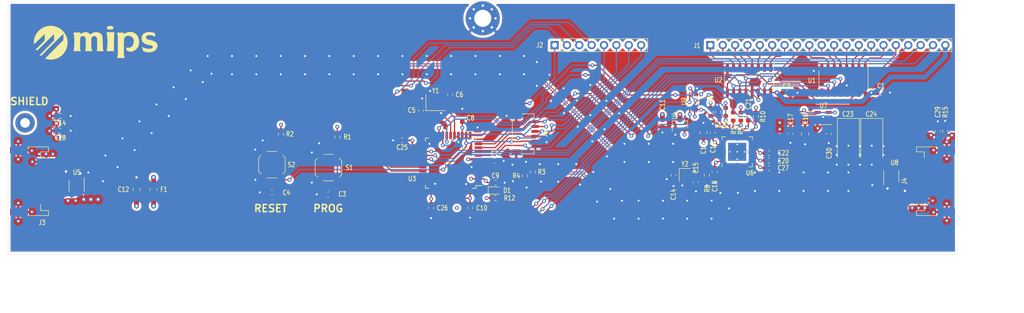
<source format=kicad_pcb>
(kicad_pcb (version 20171130) (host pcbnew "(5.1.9)-1")
  (layers (0 F.Cu signal) (1 Ground.Cu power hide) (2 Power.Cu power hide) (31 B.Cu signal) (34 B.Paste user) (35 F.Paste user) (36 B.SilkS user) (37 F.SilkS user) (38 B.Mask user) (39 F.Mask user) (44 Edge.Cuts user))
  (net 0 "")
  (net 1 "Net-(J1-Pad16)")
  (net 2 "Net-(J1-Pad15)")
  (net 3 "Net-(J1-Pad14)")
  (net 4 "Net-(J1-Pad13)")
  (net 5 "Net-(J1-Pad12)")
  (net 6 "Net-(J1-Pad11)")
  (net 7 "Net-(J1-Pad10)")
  (net 8 "Net-(J1-Pad9)")
  (net 9 "Net-(J1-Pad8)")
  (net 10 "Net-(J1-Pad7)")
  (net 11 "Net-(J1-Pad6)")
  (net 12 "Net-(J1-Pad5)")
  (net 13 "Net-(J1-Pad4)")
  (net 14 "Net-(J1-Pad3)")
  (net 15 "Net-(J1-Pad2)")
  (net 16 "Net-(J1-Pad1)")
  (net 17 GND)
  (net 18 /~BOOTLDR)
  (net 19 /~AVR_RST)
  (net 20 "Net-(C5-Pad1)")
  (net 21 "Net-(C6-Pad1)")
  (net 22 "Net-(C7-Pad1)")
  (net 23 +5V)
  (net 24 VBUS)
  (net 25 +3V3)
  (net 26 "Net-(C14-Pad1)")
  (net 27 "Net-(C15-Pad1)")
  (net 28 "Net-(C20-Pad1)")
  (net 29 "/USB Hub/V_USB_DN")
  (net 30 /DS_1)
  (net 31 /DS_2)
  (net 32 /DS_3)
  (net 33 /Row7)
  (net 34 /Row6)
  (net 35 /Row5)
  (net 36 /Row4)
  (net 37 /Row1)
  (net 38 /Row0)
  (net 39 Earth)
  (net 40 "Net-(R3-Pad1)")
  (net 41 "Net-(R4-Pad1)")
  (net 42 "Net-(R6-Pad1)")
  (net 43 "Net-(R8-Pad1)")
  (net 44 "/USB Hub/PRT2_EN")
  (net 45 /COL_DATA)
  (net 46 /COL_LAT)
  (net 47 /COL_CLK)
  (net 48 /COL_RST)
  (net 49 "Net-(U1-Pad9)")
  (net 50 "Net-(U3-Pad41)")
  (net 51 "Net-(U3-Pad40)")
  (net 52 "Net-(U3-Pad32)")
  (net 53 "Net-(U3-Pad31)")
  (net 54 "Net-(U3-Pad22)")
  (net 55 "Net-(U3-Pad21)")
  (net 56 "/USB Hub/PRT2_FLT")
  (net 57 "Net-(U6-Pad8)")
  (net 58 "Net-(U1-Pad14)")
  (net 59 "/USB Hub/USB_UP_D+")
  (net 60 "/USB Hub/USB_UP_D-")
  (net 61 "/USB Hub/USB_DN_D-")
  (net 62 "/USB Hub/USB_DN_D+")
  (net 63 /AVR_USB_D+)
  (net 64 /AVR_USB_D-)
  (net 65 "Net-(U6-Pad34)")
  (net 66 "Net-(U6-Pad21)")
  (net 67 "Net-(U6-Pad20)")
  (net 68 "Net-(U6-Pad19)")
  (net 69 "Net-(U6-Pad18)")
  (net 70 "Net-(U6-Pad13)")
  (net 71 "Net-(U6-Pad12)")
  (net 72 "Net-(U6-Pad11)")
  (net 73 "Net-(U6-Pad9)")
  (net 74 "Net-(U6-Pad5)")
  (net 75 "/USB Hub/Shield")
  (net 76 /~HUB_RST)
  (net 77 "Net-(U6-Pad28)")
  (net 78 "Net-(U6-Pad7)")
  (net 79 "Net-(U6-Pad6)")
  (net 80 /SDA)
  (net 81 /SCL)
  (net 82 "/USB Hub/CFG_CLK")
  (net 83 "/USB Hub/CFG_DATA")
  (net 84 /MOSI)
  (net 85 /MISO)
  (net 86 "Net-(R11-Pad1)")
  (net 87 "Net-(D1-Pad2)")
  (net 88 /STAT_LED)
  (module si-mips-common:mips-logo-25mm (layer F.Cu) (at 73 68.5)
    (fp_text reference G*** hide)
    (fp_text value LOGO hide)
  )
  (module si-mips-main-board:QFN-36-1EP_6x6mm_P0.5mm_EP3.7x3.7_ThermalVias_0.3mm_drill (layer F.Cu) (at 204.76 90.95 90)
    (fp_text reference U6 (at -4.325 2.615) (layer F.SilkS) (effects (font (size 1 0.8))))
    (fp_text value USB2533-1080AEN)
    (pad 37 thru_hole circle (at -1.5 0 90) (size 0.6 0.6) (drill 0.3) (layers *.Cu) (net 17 GND))
    (pad 37 thru_hole circle (at 1.5 0 90) (size 0.6 0.6) (drill 0.3) (layers *.Cu) (net 17 GND))
    (pad 37 thru_hole circle (at 0 0 90) (size 0.6 0.6) (drill 0.3) (layers *.Cu) (net 17 GND))
    (pad 37 thru_hole circle (at 0 1.5 90) (size 0.6 0.6) (drill 0.3) (layers *.Cu) (net 17 GND))
    (pad 1 smd roundrect (at -2.9375 -2 90) (size 0.825 0.25) (layers F.Cu F.Paste F.Mask) (net 64 /AVR_USB_D-))
    (pad 2 smd roundrect (at -2.9375 -1.5 90) (size 0.825 0.25) (layers F.Cu F.Paste F.Mask) (net 63 /AVR_USB_D+))
    (pad 3 smd roundrect (at -2.9375 -1 90) (size 0.825 0.25) (layers F.Cu F.Paste F.Mask) (net 61 "/USB Hub/USB_DN_D-"))
    (pad 4 smd roundrect (at -2.9375 -0.5 90) (size 0.825 0.25) (layers F.Cu F.Paste F.Mask) (net 62 "/USB Hub/USB_DN_D+"))
    (pad 5 smd roundrect (at -2.9375 0 90) (size 0.825 0.25) (layers F.Cu F.Paste F.Mask) (net 74 "Net-(U6-Pad5)"))
    (pad 6 smd roundrect (at -2.9375 0.5 90) (size 0.825 0.25) (layers F.Cu F.Paste F.Mask) (net 79 "Net-(U6-Pad6)"))
    (pad 7 smd roundrect (at -2.9375 1 90) (size 0.825 0.25) (layers F.Cu F.Paste F.Mask) (net 78 "Net-(U6-Pad7)"))
    (pad 8 smd roundrect (at -2.9375 1.5 90) (size 0.825 0.25) (layers F.Cu F.Paste F.Mask) (net 57 "Net-(U6-Pad8)"))
    (pad 9 smd roundrect (at -2.9375 2 90) (size 0.825 0.25) (layers F.Cu F.Paste F.Mask) (net 73 "Net-(U6-Pad9)"))
    (pad 10 smd roundrect (at -2 2.9375 90) (size 0.25 0.825) (layers F.Cu F.Paste F.Mask) (net 25 +3V3))
    (pad 11 smd roundrect (at -1.5 2.9375 90) (size 0.25 0.825) (layers F.Cu F.Paste F.Mask) (net 72 "Net-(U6-Pad11)"))
    (pad 12 smd roundrect (at -1 2.9375 90) (size 0.25 0.825) (layers F.Cu F.Paste F.Mask) (net 71 "Net-(U6-Pad12)"))
    (pad 13 smd roundrect (at -0.5 2.9375 90) (size 0.25 0.825) (layers F.Cu F.Paste F.Mask) (net 70 "Net-(U6-Pad13)"))
    (pad 14 smd roundrect (at 0 2.9375 90) (size 0.25 0.825) (layers F.Cu F.Paste F.Mask) (net 28 "Net-(C20-Pad1)"))
    (pad 15 smd roundrect (at 0.5 2.9375 90) (size 0.25 0.825) (layers F.Cu F.Paste F.Mask) (net 25 +3V3))
    (pad 16 smd roundrect (at 1 2.9375 90) (size 0.25 0.825) (layers F.Cu F.Paste F.Mask) (net 44 "/USB Hub/PRT2_EN"))
    (pad 17 smd roundrect (at 1.5 2.9375 90) (size 0.25 0.825) (layers F.Cu F.Paste F.Mask) (net 56 "/USB Hub/PRT2_FLT"))
    (pad 18 smd roundrect (at 2 2.9375 90) (size 0.25 0.825) (layers F.Cu F.Paste F.Mask) (net 69 "Net-(U6-Pad18)"))
    (pad 19 smd roundrect (at 2.9375 2 90) (size 0.825 0.25) (layers F.Cu F.Paste F.Mask) (net 68 "Net-(U6-Pad19)"))
    (pad 20 smd roundrect (at 2.9375 1.5 90) (size 0.825 0.25) (layers F.Cu F.Paste F.Mask) (net 67 "Net-(U6-Pad20)"))
    (pad 21 smd roundrect (at 2.9375 1 90) (size 0.825 0.25) (layers F.Cu F.Paste F.Mask) (net 66 "Net-(U6-Pad21)"))
    (pad 22 smd roundrect (at 2.9375 0.5 90) (size 0.825 0.25) (layers F.Cu F.Paste F.Mask) (net 83 "/USB Hub/CFG_DATA"))
    (pad 23 smd roundrect (at 2.9375 0 90) (size 0.825 0.25) (layers F.Cu F.Paste F.Mask) (net 25 +3V3))
    (pad 24 smd roundrect (at 2.9375 -0.5 90) (size 0.825 0.25) (layers F.Cu F.Paste F.Mask) (net 82 "/USB Hub/CFG_CLK"))
    (pad 25 smd roundrect (at 2.9375 -1 90) (size 0.825 0.25) (layers F.Cu F.Paste F.Mask) (net 86 "Net-(R11-Pad1)"))
    (pad 26 smd roundrect (at 2.9375 -1.5 90) (size 0.825 0.25) (layers F.Cu F.Paste F.Mask) (net 76 /~HUB_RST))
    (pad 27 smd roundrect (at 2.9375 -2 90) (size 0.825 0.25) (layers F.Cu F.Paste F.Mask) (net 42 "Net-(R6-Pad1)"))
    (pad 28 smd roundrect (at 2 -2.9375 90) (size 0.25 0.825) (layers F.Cu F.Paste F.Mask) (net 77 "Net-(U6-Pad28)"))
    (pad 29 smd roundrect (at 1.5 -2.9375 90) (size 0.25 0.825) (layers F.Cu F.Paste F.Mask) (net 25 +3V3))
    (pad 30 smd roundrect (at 1 -2.9375 90) (size 0.25 0.825) (layers F.Cu F.Paste F.Mask) (net 60 "/USB Hub/USB_UP_D-"))
    (pad 31 smd roundrect (at 0.5 -2.9375 90) (size 0.25 0.825) (layers F.Cu F.Paste F.Mask) (net 59 "/USB Hub/USB_UP_D+"))
    (pad 32 smd roundrect (at 0 -2.9375 90) (size 0.25 0.825) (layers F.Cu F.Paste F.Mask) (net 26 "Net-(C14-Pad1)"))
    (pad 33 smd roundrect (at -0.5 -2.9375 90) (size 0.25 0.825) (layers F.Cu F.Paste F.Mask) (net 27 "Net-(C15-Pad1)"))
    (pad 34 smd roundrect (at -1 -2.9375 90) (size 0.25 0.825) (layers F.Cu F.Paste F.Mask) (net 65 "Net-(U6-Pad34)"))
    (pad 35 smd roundrect (at -1.5 -2.9375 90) (size 0.25 0.825) (layers F.Cu F.Paste F.Mask) (net 43 "Net-(R8-Pad1)"))
    (pad 36 smd roundrect (at -2 -2.9375 90) (size 0.25 0.825) (layers F.Cu F.Paste F.Mask) (net 25 +3V3))
    (pad 37 smd rect (at 0 0 90) (size 3.7 3.7) (layers F.Cu F.Mask) (net 17 GND))
    (pad 37 thru_hole circle (at 0 -1.5 90) (size 0.6 0.6) (drill 0.3) (layers *.Cu) (net 17 GND))
    (pad 37 smd rect (at 0 0 90) (size 3.7 3.7) (layers B.Cu) (net 17 GND))
  )
  (module si-mips-common:NXP_SOT143B (layer F.Cu) (at 69.1 98 270)
    (fp_text reference U5 (at -2.82 -0.02) (layer F.SilkS) (effects (font (size 1 0.8))))
    (fp_text value PRTR5V0U2X)
    (pad 1 smd rect (at -1.1 -0.77 180) (size 1 0.7) (layers F.Cu F.Paste F.Mask) (net 17 GND))
    (pad 2 smd rect (at -1.1 0.95 180) (size 0.6 0.7) (layers F.Cu F.Paste F.Mask) (net 60 "/USB Hub/USB_UP_D-"))
    (pad 3 smd rect (at 1.1 0.95 180) (size 0.6 0.7) (layers F.Cu F.Paste F.Mask) (net 59 "/USB Hub/USB_UP_D+"))
    (pad 4 smd rect (at 1.1 -0.95 180) (size 0.6 0.7) (layers F.Cu F.Paste F.Mask) (net 24 VBUS))
  )
  (module si-mips-common:NXP_SOT143B (layer F.Cu) (at 236.4 96 90)
    (fp_text reference U8 (at 2.83 0.68) (layer F.SilkS) (effects (font (size 1 0.8))))
    (fp_text value PRTR5V0U2X)
    (pad 1 smd rect (at -1.1 -0.77) (size 1 0.7) (layers F.Cu F.Paste F.Mask) (net 17 GND))
    (pad 2 smd rect (at -1.1 0.95) (size 0.6 0.7) (layers F.Cu F.Paste F.Mask) (net 61 "/USB Hub/USB_DN_D-"))
    (pad 3 smd rect (at 1.1 0.95) (size 0.6 0.7) (layers F.Cu F.Paste F.Mask) (net 62 "/USB Hub/USB_DN_D+"))
    (pad 4 smd rect (at 1.1 -0.95) (size 0.6 0.7) (layers F.Cu F.Paste F.Mask) (net 29 "/USB Hub/V_USB_DN"))
  )
  (module Resistor_SMD:R_0603_1608Metric (layer F.Cu) (at 155.1 100.45)
    (fp_text reference R12 (at 2.9 0) (layer F.SilkS) (effects (font (size 1 0.8))))
    (fp_text value 470)
    (pad 2 smd roundrect (at 0.825 0) (size 0.8 0.95) (layers F.Cu F.Paste F.Mask) (net 87 "Net-(D1-Pad2)"))
    (pad 1 smd roundrect (at -0.825 0) (size 0.8 0.95) (layers F.Cu F.Paste F.Mask) (net 23 +5V))
  )
  (module LED_SMD:LED_0603_1608Metric (layer F.Cu) (at 155.1 98.9)
    (fp_text reference D1 (at 2.4 0) (layer F.SilkS) (effects (font (size 1 0.8))))
    (fp_text value LED_Small_Filled)
    (pad 2 smd roundrect (at 0.7875 0) (size 0.875 0.95) (layers F.Cu F.Paste F.Mask) (net 87 "Net-(D1-Pad2)"))
    (pad 1 smd roundrect (at -0.7875 0) (size 0.875 0.95) (layers F.Cu F.Paste F.Mask) (net 88 /STAT_LED))
  )
  (module Capacitor_Tantalum_SMD:CP_EIA-7343-31_Kemet-D (layer F.Cu) (at 232.4 88.5 270)
    (fp_text reference C24 (at -5.3 0.1 180) (layer F.SilkS) (effects (font (size 1 0.8))))
    (fp_text value 120uF)
    (pad 1 smd roundrect (at -3.1125 0 270) (size 2.075 2.55) (layers F.Cu F.Paste F.Mask) (roundrect_rratio 0.1204819277108434) (net 29 "/USB Hub/V_USB_DN"))
    (pad 2 smd roundrect (at 3.1125 0 270) (size 2.075 2.55) (layers F.Cu F.Paste F.Mask) (roundrect_rratio 0.1204819277108434) (net 17 GND))
  )
  (module Capacitor_SMD:C_0603_1608Metric (layer F.Cu) (at 207.05 83.7 90)
    (fp_text reference C21 (at 2.6 0 270) (layer F.SilkS) (effects (font (size 1 0.8))))
    (fp_text value 0.1uF)
    (pad 2 smd roundrect (at 0.775 0 90) (size 0.9 0.95) (layers F.Cu F.Paste F.Mask) (net 17 GND))
    (pad 1 smd roundrect (at -0.775 0 90) (size 0.9 0.95) (layers F.Cu F.Paste F.Mask) (net 25 +3V3))
  )
  (module Resistor_SMD:R_0603_1608Metric (layer F.Cu) (at 203.95 83.7 90)
    (fp_text reference R11 (at -2.5 0.1 90) (layer F.SilkS) (effects (font (size 1 0.8))))
    (fp_text value 100K)
    (pad 2 smd roundrect (at 0.825 0 90) (size 0.8 0.95) (layers F.Cu F.Paste F.Mask) (net 17 GND))
    (pad 1 smd roundrect (at -0.825 0 90) (size 0.8 0.95) (layers F.Cu F.Paste F.Mask) (net 86 "Net-(R11-Pad1)"))
  )
  (module Resistor_SMD:R_0603_1608Metric (layer F.Cu) (at 208.6 83.7 270)
    (fp_text reference R10 (at 0 -1.43 90) (layer F.SilkS) (effects (font (size 1 0.8))))
    (fp_text value 100k)
    (pad 2 smd roundrect (at 0.825 0 270) (size 0.8 0.95) (layers F.Cu F.Paste F.Mask) (net 83 "/USB Hub/CFG_DATA"))
    (pad 1 smd roundrect (at -0.825 0 270) (size 0.8 0.95) (layers F.Cu F.Paste F.Mask) (net 25 +3V3))
  )
  (module Connector_JST:JST_SH_SM06B-SRSS-TB_1x06-1MP_P1.00mm_Horizontal (layer F.Cu) (at 161.26 87.25 270)
    (fp_text reference J6 (at 0 -3.98 90) (layer F.SilkS) (effects (font (size 1 0.8))))
    (fp_text value ISP)
    (pad MP smd roundrect (at 3.8 1.875 270) (size 1.2 1.8) (layers F.Cu F.Paste F.Mask) (roundrect_rratio 0.2083325) (net 17 GND))
    (pad MP smd roundrect (at -3.8 1.875 270) (size 1.2 1.8) (layers F.Cu F.Paste F.Mask) (roundrect_rratio 0.2083325) (net 17 GND))
    (pad 6 smd roundrect (at 2.5 -2 270) (size 0.6 1.55) (layers F.Cu F.Paste F.Mask) (net 17 GND))
    (pad 5 smd roundrect (at 1.5 -2 270) (size 0.6 1.55) (layers F.Cu F.Paste F.Mask) (net 19 /~AVR_RST))
    (pad 4 smd roundrect (at 0.5 -2 270) (size 0.6 1.55) (layers F.Cu F.Paste F.Mask) (net 84 /MOSI))
    (pad 3 smd roundrect (at -0.5 -2 270) (size 0.6 1.55) (layers F.Cu F.Paste F.Mask) (net 37 /Row1))
    (pad 2 smd roundrect (at -1.5 -2 270) (size 0.6 1.55) (layers F.Cu F.Paste F.Mask) (net 23 +5V))
    (pad 1 smd roundrect (at -2.5 -2 270) (size 0.6 1.55) (layers F.Cu F.Paste F.Mask) (net 85 /MISO))
  )
  (module Package_SO:VSSOP-8_2.3x2mm_P0.5mm (layer F.Cu) (at 195.76 80.69 270)
    (fp_text reference U9 (at -0.14 1.91 270) (layer F.SilkS) (effects (font (size 1 0.8))))
    (fp_text value TXS0102DCT)
    (pad 8 smd rect (at 1.55 -0.75 180) (size 0.3 0.8) (layers F.Cu F.Paste F.Mask) (net 82 "/USB Hub/CFG_CLK"))
    (pad 7 smd rect (at 1.55 -0.25 180) (size 0.3 0.8) (layers F.Cu F.Paste F.Mask) (net 25 +3V3))
    (pad 6 smd rect (at 1.55 0.25 180) (size 0.3 0.8) (layers F.Cu F.Paste F.Mask) (net 76 /~HUB_RST))
    (pad 5 smd rect (at 1.55 0.75 180) (size 0.3 0.8) (layers F.Cu F.Paste F.Mask) (net 81 /SCL))
    (pad 4 smd rect (at -1.55 0.75 180) (size 0.3 0.8) (layers F.Cu F.Paste F.Mask) (net 80 /SDA))
    (pad 3 smd rect (at -1.55 0.25 180) (size 0.3 0.8) (layers F.Cu F.Paste F.Mask) (net 23 +5V))
    (pad 2 smd rect (at -1.55 -0.25 180) (size 0.3 0.8) (layers F.Cu F.Paste F.Mask) (net 17 GND))
    (pad 1 smd rect (at -1.55 -0.75 180) (size 0.3 0.8) (layers F.Cu F.Paste F.Mask) (net 83 "/USB Hub/CFG_DATA"))
  )
  (module TestPoint:TestPoint_THTPad_D4.0mm_Drill2.0mm (layer F.Cu) (at 58.5 85)
    (fp_text reference J5 hide)
    (fp_text value Conn_01x01)
    (pad 1 thru_hole circle (at 0 0) (size 4 4) (drill 2) (layers *.Cu *.Mask) (net 75 "/USB Hub/Shield"))
  )
  (module Resistor_SMD:R_0603_1608Metric (layer F.Cu) (at 247.47 86.73 90)
    (fp_text reference R15 (at 3.95 0.02 90) (layer F.SilkS) (effects (font (size 1 0.8))))
    (fp_text value 330)
    (pad 2 smd roundrect (at 0.825 0 90) (size 0.8 0.95) (layers F.Cu F.Paste F.Mask) (net 17 GND))
    (pad 1 smd roundrect (at -0.825 0 90) (size 0.8 0.95) (layers F.Cu F.Paste F.Mask) (net 39 Earth))
  )
  (module Resistor_SMD:R_0603_1608Metric (layer F.Cu) (at 65.76 83.59 180)
    (fp_text reference R14 (at 0 -1.43) (layer F.SilkS) (effects (font (size 1 0.8))))
    (fp_text value 330)
    (pad 2 smd roundrect (at 0.825 0 180) (size 0.8 0.95) (layers F.Cu F.Paste F.Mask) (net 39 Earth))
    (pad 1 smd roundrect (at -0.825 0 180) (size 0.8 0.95) (layers F.Cu F.Paste F.Mask) (net 17 GND))
  )
  (module Capacitor_SMD:C_0603_1608Metric (layer F.Cu) (at 245.95 86.73 90)
    (fp_text reference C29 (at 3.94 0.01 90) (layer F.SilkS) (effects (font (size 1 0.8))))
    (fp_text value 0.1uF)
    (pad 2 smd roundrect (at 0.775 0 90) (size 0.9 0.95) (layers F.Cu F.Paste F.Mask) (net 17 GND))
    (pad 1 smd roundrect (at -0.775 0 90) (size 0.9 0.95) (layers F.Cu F.Paste F.Mask) (net 39 Earth))
  )
  (module Capacitor_SMD:C_0603_1608Metric (layer F.Cu) (at 65.74 86.64 180)
    (fp_text reference C28 (at 0 -1.43) (layer F.SilkS) (effects (font (size 1 0.8))))
    (fp_text value 0.1uF)
    (pad 2 smd roundrect (at 0.775 0 180) (size 0.9 0.95) (layers F.Cu F.Paste F.Mask) (net 39 Earth))
    (pad 1 smd roundrect (at -0.775 0 180) (size 0.9 0.95) (layers F.Cu F.Paste F.Mask) (net 17 GND))
  )
  (module Resistor_SMD:R_0603_1608Metric (layer F.Cu) (at 202.39 82.75 270)
    (fp_text reference R5 (at 2.58 -0.01 90) (layer F.SilkS) (effects (font (size 1 0.8))))
    (fp_text value 100k)
    (pad 2 smd roundrect (at 0.825 0 270) (size 0.8 0.95) (layers F.Cu F.Paste F.Mask) (net 76 /~HUB_RST))
    (pad 1 smd roundrect (at -0.825 0 270) (size 0.8 0.95) (layers F.Cu F.Paste F.Mask) (net 25 +3V3))
  )
  (module Capacitor_SMD:C_0603_1608Metric (layer F.Cu) (at 211.278 91.22)
    (fp_text reference C22 (at 2.94 -0.02) (layer F.SilkS) (effects (font (size 1 0.8))))
    (fp_text value 0.1uF)
    (pad 2 smd roundrect (at 0.775 0) (size 0.9 0.95) (layers F.Cu F.Paste F.Mask) (net 17 GND))
    (pad 1 smd roundrect (at -0.775 0) (size 0.9 0.95) (layers F.Cu F.Paste F.Mask) (net 25 +3V3))
  )
  (module Resistor_SMD:R_0603_1608Metric (layer F.Cu) (at 199.29 82.75 90)
    (fp_text reference R6 (at 2.65 0.04 90) (layer F.SilkS) (effects (font (size 1 0.8))))
    (fp_text value 50k)
    (pad 2 smd roundrect (at 0.825 0 90) (size 0.8 0.95) (layers F.Cu F.Paste F.Mask) (net 24 VBUS))
    (pad 1 smd roundrect (at -0.825 0 90) (size 0.8 0.95) (layers F.Cu F.Paste F.Mask) (net 42 "Net-(R6-Pad1)"))
  )
  (module Resistor_SMD:R_0603_1608Metric (layer F.Cu) (at 205.5 83.7 270)
    (fp_text reference R9 (at 2.9 0.05 90) (layer F.SilkS) (effects (font (size 1 0.8))))
    (fp_text value 100K)
    (pad 2 smd roundrect (at 0.825 0 270) (size 0.8 0.95) (layers F.Cu F.Paste F.Mask) (net 82 "/USB Hub/CFG_CLK"))
    (pad 1 smd roundrect (at -0.825 0 270) (size 0.8 0.95) (layers F.Cu F.Paste F.Mask) (net 25 +3V3))
  )
  (module Capacitor_SMD:C_0603_1608Metric (layer F.Cu) (at 191.71 95.8 270)
    (fp_text reference C14 (at 3.93 0.06 90) (layer F.SilkS) (effects (font (size 1 0.8))))
    (fp_text value 18pF)
    (pad 2 smd roundrect (at 0.775 0 270) (size 0.9 0.95) (layers F.Cu F.Paste F.Mask) (net 17 GND))
    (pad 1 smd roundrect (at -0.775 0 270) (size 0.9 0.95) (layers F.Cu F.Paste F.Mask) (net 26 "Net-(C14-Pad1)"))
  )
  (module Capacitor_SMD:C_0603_1608Metric (layer F.Cu) (at 196.28 97.2 270)
    (fp_text reference C15 (at -2.93 0.05 90) (layer F.SilkS) (effects (font (size 1 0.8))))
    (fp_text value 18pF)
    (pad 2 smd roundrect (at 0.775 0 270) (size 0.9 0.95) (layers F.Cu F.Paste F.Mask) (net 17 GND))
    (pad 1 smd roundrect (at -0.775 0 270) (size 0.9 0.95) (layers F.Cu F.Paste F.Mask) (net 27 "Net-(C15-Pad1)"))
  )
  (module Capacitor_SMD:C_0603_1608Metric (layer F.Cu) (at 200.13 95.07 270)
    (fp_text reference C18 (at 2.97 -0.02 90) (layer F.SilkS) (effects (font (size 1 0.8))))
    (fp_text value 0.1uF)
    (pad 2 smd roundrect (at 0.775 0 270) (size 0.9 0.95) (layers F.Cu F.Paste F.Mask) (net 17 GND))
    (pad 1 smd roundrect (at -0.775 0 270) (size 0.9 0.95) (layers F.Cu F.Paste F.Mask) (net 25 +3V3))
  )
  (module Capacitor_SMD:C_0603_1608Metric (layer F.Cu) (at 211.278 92.76)
    (fp_text reference C20 (at 2.94 0.06) (layer F.SilkS) (effects (font (size 1 0.8))))
    (fp_text value 1.0uF)
    (pad 2 smd roundrect (at 0.775 0) (size 0.9 0.95) (layers F.Cu F.Paste F.Mask) (net 17 GND))
    (pad 1 smd roundrect (at -0.775 0) (size 0.9 0.95) (layers F.Cu F.Paste F.Mask) (net 28 "Net-(C20-Pad1)"))
  )
  (module Capacitor_SMD:C_0603_1608Metric (layer F.Cu) (at 211.298 94.31)
    (fp_text reference C27 (at 2.92 -0.04) (layer F.SilkS) (effects (font (size 1 0.8))))
    (fp_text value 0.1uF)
    (pad 2 smd roundrect (at 0.775 0) (size 0.9 0.95) (layers F.Cu F.Paste F.Mask) (net 17 GND))
    (pad 1 smd roundrect (at -0.775 0) (size 0.9 0.95) (layers F.Cu F.Paste F.Mask) (net 25 +3V3))
  )
  (module Capacitor_SMD:C_0603_1608Metric (layer F.Cu) (at 199.74 87.04 90)
    (fp_text reference C19 (at -3.01 0.04 90) (layer F.SilkS) (effects (font (size 1 0.8))))
    (fp_text value 0.1uF)
    (pad 2 smd roundrect (at 0.775 0 90) (size 0.9 0.95) (layers F.Cu F.Paste F.Mask) (net 17 GND))
    (pad 1 smd roundrect (at -0.775 0 90) (size 0.9 0.95) (layers F.Cu F.Paste F.Mask) (net 25 +3V3))
  )
  (module Resistor_SMD:R_0603_1608Metric (layer F.Cu) (at 200.84 82.75 90)
    (fp_text reference R7 (at -2.51 0.01 90) (layer F.SilkS) (effects (font (size 1 0.8))))
    (fp_text value 100k)
    (pad 2 smd roundrect (at 0.825 0 90) (size 0.8 0.95) (layers F.Cu F.Paste F.Mask) (net 17 GND))
    (pad 1 smd roundrect (at -0.825 0 90) (size 0.8 0.95) (layers F.Cu F.Paste F.Mask) (net 42 "Net-(R6-Pad1)"))
  )
  (module Resistor_SMD:R_0603_1608Metric (layer F.Cu) (at 198.52 95.755 270)
    (fp_text reference R8 (at 2.755 -0.11 90) (layer F.SilkS) (effects (font (size 1 0.8))))
    (fp_text value 12k)
    (pad 2 smd roundrect (at 0.825 0 270) (size 0.8 0.95) (layers F.Cu F.Paste F.Mask) (net 17 GND))
    (pad 1 smd roundrect (at -0.825 0 270) (size 0.8 0.95) (layers F.Cu F.Paste F.Mask) (net 43 "Net-(R8-Pad1)"))
  )
  (module Crystal:Crystal_SMD_2016-4Pin_2.0x1.6mm (layer F.Cu) (at 194 95.728 270)
    (fp_text reference Y2 (at -2.268 -0.02 180) (layer F.SilkS) (effects (font (size 1 0.8))))
    (fp_text value 24MHz)
    (pad 4 smd rect (at -0.7 -0.55 270) (size 0.9 0.8) (layers F.Cu F.Paste F.Mask) (net 17 GND))
    (pad 3 smd rect (at 0.7 -0.55 270) (size 0.9 0.8) (layers F.Cu F.Paste F.Mask) (net 27 "Net-(C15-Pad1)"))
    (pad 2 smd rect (at 0.7 0.55 270) (size 0.9 0.8) (layers F.Cu F.Paste F.Mask) (net 17 GND))
    (pad 1 smd rect (at -0.7 0.55 270) (size 0.9 0.8) (layers F.Cu F.Paste F.Mask) (net 26 "Net-(C14-Pad1)"))
  )
  (module Connector_JST:JST_PH_S5B-PH-SM4-TB_1x05-1MP_P2.00mm_Horizontal (layer F.Cu) (at 244.9 97 90)
    (fp_text reference J4 (at 0 -5.8 90) (layer F.SilkS) (effects (font (size 1 0.8))))
    (fp_text value Conn_01x05)
    (pad MP smd roundrect (at 6.35 2.9 90) (size 1.5 3.4) (layers F.Cu F.Paste F.Mask) (roundrect_rratio 0.1666666666666667) (net 39 Earth))
    (pad MP smd roundrect (at -6.35 2.9 90) (size 1.5 3.4) (layers F.Cu F.Paste F.Mask) (roundrect_rratio 0.1666666666666667) (net 39 Earth))
    (pad 5 smd roundrect (at 4 -2.85 90) (size 1 3.5) (layers F.Cu F.Paste F.Mask) (net 29 "/USB Hub/V_USB_DN"))
    (pad 4 smd roundrect (at 2 -2.85 90) (size 1 3.5) (layers F.Cu F.Paste F.Mask) (net 62 "/USB Hub/USB_DN_D+"))
    (pad 3 smd roundrect (at 0 -2.85 90) (size 1 3.5) (layers F.Cu F.Paste F.Mask) (net 61 "/USB Hub/USB_DN_D-"))
    (pad 2 smd roundrect (at -2 -2.85 90) (size 1 3.5) (layers F.Cu F.Paste F.Mask) (net 17 GND))
    (pad 1 smd roundrect (at -4 -2.85 90) (size 1 3.5) (layers F.Cu F.Paste F.Mask) (net 39 Earth))
  )
  (module Connector_JST:JST_PH_S5B-PH-SM4-TB_1x05-1MP_P2.00mm_Horizontal (layer F.Cu) (at 60 97 270)
    (fp_text reference J3 (at 8.5 -2 180) (layer F.SilkS) (effects (font (size 1 0.8))))
    (fp_text value Conn_01x05)
    (pad MP smd roundrect (at 6.35 2.9 270) (size 1.5 3.4) (layers F.Cu F.Paste F.Mask) (roundrect_rratio 0.1666666666666667) (net 39 Earth))
    (pad MP smd roundrect (at -6.35 2.9 270) (size 1.5 3.4) (layers F.Cu F.Paste F.Mask) (roundrect_rratio 0.1666666666666667) (net 39 Earth))
    (pad 5 smd roundrect (at 4 -2.85 270) (size 1 3.5) (layers F.Cu F.Paste F.Mask) (net 24 VBUS))
    (pad 4 smd roundrect (at 2 -2.85 270) (size 1 3.5) (layers F.Cu F.Paste F.Mask) (net 59 "/USB Hub/USB_UP_D+"))
    (pad 3 smd roundrect (at 0 -2.85 270) (size 1 3.5) (layers F.Cu F.Paste F.Mask) (net 60 "/USB Hub/USB_UP_D-"))
    (pad 2 smd roundrect (at -2 -2.85 270) (size 1 3.5) (layers F.Cu F.Paste F.Mask) (net 17 GND))
    (pad 1 smd roundrect (at -4 -2.85 270) (size 1 3.5) (layers F.Cu F.Paste F.Mask) (net 39 Earth))
  )
  (module Button_Switch_SMD:SW_SPST_SKQG_WithStem (layer F.Cu) (at 109.2 93.6 270)
    (fp_text reference S2 (at 0 -4 180) (layer F.SilkS) (effects (font (size 1 0.8))))
    (fp_text value RESET)
    (pad 2 smd rect (at 3.1 1.85 270) (size 1.8 1.1) (layers F.Cu F.Paste F.Mask) (net 17 GND))
    (pad 2 smd rect (at -3.1 1.85 270) (size 1.8 1.1) (layers F.Cu F.Paste F.Mask) (net 17 GND))
    (pad 1 smd rect (at 3.1 -1.85 270) (size 1.8 1.1) (layers F.Cu F.Paste F.Mask) (net 19 /~AVR_RST))
    (pad 1 smd rect (at -3.1 -1.85 270) (size 1.8 1.1) (layers F.Cu F.Paste F.Mask) (net 19 /~AVR_RST))
  )
  (module Button_Switch_SMD:SW_SPST_SKQG_WithStem (layer F.Cu) (at 120.8 94.2 270)
    (fp_text reference S1 (at 0 -4.3 180) (layer F.SilkS) (effects (font (size 1 0.8))))
    (fp_text value BOOTLDR)
    (pad 2 smd rect (at 3.1 1.85 270) (size 1.8 1.1) (layers F.Cu F.Paste F.Mask) (net 17 GND))
    (pad 2 smd rect (at -3.1 1.85 270) (size 1.8 1.1) (layers F.Cu F.Paste F.Mask) (net 17 GND))
    (pad 1 smd rect (at 3.1 -1.85 270) (size 1.8 1.1) (layers F.Cu F.Paste F.Mask) (net 18 /~BOOTLDR))
    (pad 1 smd rect (at -3.1 -1.85 270) (size 1.8 1.1) (layers F.Cu F.Paste F.Mask) (net 18 /~BOOTLDR))
  )
  (module Capacitor_SMD:C_0603_1608Metric (layer F.Cu) (at 141.9 102.525 270)
    (fp_text reference C26 (at -0.025 -2.3 180) (layer F.SilkS) (effects (font (size 1 0.8))))
    (fp_text value 0.1uF)
    (pad 2 smd roundrect (at 0.775 0 270) (size 0.9 0.95) (layers F.Cu F.Paste F.Mask) (net 17 GND))
    (pad 1 smd roundrect (at -0.775 0 270) (size 0.9 0.95) (layers F.Cu F.Paste F.Mask) (net 23 +5V))
  )
  (module Capacitor_SMD:C_0603_1608Metric (layer F.Cu) (at 135.95 88.6 180)
    (fp_text reference C25 (at 0 -1.43) (layer F.SilkS) (effects (font (size 1 0.8))))
    (fp_text value 0.1uF)
    (pad 2 smd roundrect (at 0.775 0 180) (size 0.9 0.95) (layers F.Cu F.Paste F.Mask) (net 17 GND))
    (pad 1 smd roundrect (at -0.775 0 180) (size 0.9 0.95) (layers F.Cu F.Paste F.Mask) (net 23 +5V))
  )
  (module MountingHole:MountingHole_3.5mm_Pad_Via (layer F.Cu) (at 152.5 63.5)
    (fp_text reference H1 hide)
    (fp_text value "Keystone 616")
    (pad 1 thru_hole circle (at 1.856155 -1.856155) (size 0.8 0.8) (drill 0.5) (layers *.Cu *.Mask) (net 17 GND))
    (pad 1 thru_hole circle (at 0 -2.625) (size 0.8 0.8) (drill 0.5) (layers *.Cu *.Mask) (net 17 GND))
    (pad 1 thru_hole circle (at -1.856155 -1.856155) (size 0.8 0.8) (drill 0.5) (layers *.Cu *.Mask) (net 17 GND))
    (pad 1 thru_hole circle (at -2.625 0) (size 0.8 0.8) (drill 0.5) (layers *.Cu *.Mask) (net 17 GND))
    (pad 1 thru_hole circle (at -1.856155 1.856155) (size 0.8 0.8) (drill 0.5) (layers *.Cu *.Mask) (net 17 GND))
    (pad 1 thru_hole circle (at 0 2.625) (size 0.8 0.8) (drill 0.5) (layers *.Cu *.Mask) (net 17 GND))
    (pad 1 thru_hole circle (at 1.856155 1.856155) (size 0.8 0.8) (drill 0.5) (layers *.Cu *.Mask) (net 17 GND))
    (pad 1 thru_hole circle (at 2.625 0) (size 0.8 0.8) (drill 0.5) (layers *.Cu *.Mask) (net 17 GND))
    (pad 1 thru_hole circle (at 0 0) (size 7 7) (drill 3.5) (layers *.Cu *.Mask) (net 17 GND))
  )
  (module Crystal:Crystal_SMD_3225-4Pin_3.2x2.5mm (layer F.Cu) (at 142.825 80.825)
    (fp_text reference Y1 (at 0 -2.45) (layer F.SilkS) (effects (font (size 1 0.8))))
    (fp_text value 16MHz)
    (pad 4 smd rect (at -1.1 -0.85) (size 1.4 1.2) (layers F.Cu F.Paste F.Mask) (net 17 GND))
    (pad 3 smd rect (at 1.1 -0.85) (size 1.4 1.2) (layers F.Cu F.Paste F.Mask) (net 21 "Net-(C6-Pad1)"))
    (pad 2 smd rect (at 1.1 0.85) (size 1.4 1.2) (layers F.Cu F.Paste F.Mask) (net 17 GND))
    (pad 1 smd rect (at -1.1 0.85) (size 1.4 1.2) (layers F.Cu F.Paste F.Mask) (net 20 "Net-(C5-Pad1)"))
  )
  (module Package_TO_SOT_SMD:SOT-23-5 (layer F.Cu) (at 222.4 83.8 180)
    (fp_text reference U7 (at -0.1 2.35) (layer F.SilkS) (effects (font (size 1 0.8))))
    (fp_text value AP2171W)
    (pad 5 smd roundrect (at 1.1375 -0.95 180) (size 1.325 0.6) (layers F.Cu F.Paste F.Mask) (net 24 VBUS))
    (pad 4 smd roundrect (at 1.1375 0.95 180) (size 1.325 0.6) (layers F.Cu F.Paste F.Mask) (net 44 "/USB Hub/PRT2_EN"))
    (pad 3 smd roundrect (at -1.1375 0.95 180) (size 1.325 0.6) (layers F.Cu F.Paste F.Mask) (net 56 "/USB Hub/PRT2_FLT"))
    (pad 2 smd roundrect (at -1.1375 0 180) (size 1.325 0.6) (layers F.Cu F.Paste F.Mask) (net 17 GND))
    (pad 1 smd roundrect (at -1.1375 -0.95 180) (size 1.325 0.6) (layers F.Cu F.Paste F.Mask) (net 29 "/USB Hub/V_USB_DN"))
  )
  (module Package_TO_SOT_SMD:SOT-23 (layer F.Cu) (at 193 85.35 90)
    (fp_text reference U4 (at 1.85 -1.1 270) (layer F.SilkS) (effects (font (size 1 0.8))))
    (fp_text value MCP1700-3302E_SOT23)
    (pad 3 smd rect (at 1 0 90) (size 0.9 0.8) (layers F.Cu F.Paste F.Mask) (net 23 +5V))
    (pad 2 smd rect (at -1 0.95 90) (size 0.9 0.8) (layers F.Cu F.Paste F.Mask) (net 25 +3V3))
    (pad 1 smd rect (at -1 -0.95 90) (size 0.9 0.8) (layers F.Cu F.Paste F.Mask) (net 17 GND))
  )
  (module Package_QFP:TQFP-44_10x10mm_P0.8mm (layer F.Cu) (at 145.9 93.3 180)
    (fp_text reference U3 (at 7.9 -3.2) (layer F.SilkS) (effects (font (size 1 0.8))))
    (fp_text value ATmega32U4-A)
    (pad 44 smd rect (at -4 -5.7 270) (size 1.5 0.55) (layers F.Cu F.Paste F.Mask) (net 23 +5V))
    (pad 43 smd rect (at -3.2 -5.7 270) (size 1.5 0.55) (layers F.Cu F.Paste F.Mask) (net 17 GND))
    (pad 42 smd rect (at -2.4 -5.7 270) (size 1.5 0.55) (layers F.Cu F.Paste F.Mask) (net 23 +5V))
    (pad 41 smd rect (at -1.6 -5.7 270) (size 1.5 0.55) (layers F.Cu F.Paste F.Mask) (net 50 "Net-(U3-Pad41)"))
    (pad 40 smd rect (at -0.8 -5.7 270) (size 1.5 0.55) (layers F.Cu F.Paste F.Mask) (net 51 "Net-(U3-Pad40)"))
    (pad 39 smd rect (at 0 -5.7 270) (size 1.5 0.55) (layers F.Cu F.Paste F.Mask) (net 46 /COL_LAT))
    (pad 38 smd rect (at 0.8 -5.7 270) (size 1.5 0.55) (layers F.Cu F.Paste F.Mask) (net 47 /COL_CLK))
    (pad 37 smd rect (at 1.6 -5.7 270) (size 1.5 0.55) (layers F.Cu F.Paste F.Mask) (net 48 /COL_RST))
    (pad 36 smd rect (at 2.4 -5.7 270) (size 1.5 0.55) (layers F.Cu F.Paste F.Mask) (net 45 /COL_DATA))
    (pad 35 smd rect (at 3.2 -5.7 270) (size 1.5 0.55) (layers F.Cu F.Paste F.Mask) (net 17 GND))
    (pad 34 smd rect (at 4 -5.7 270) (size 1.5 0.55) (layers F.Cu F.Paste F.Mask) (net 23 +5V))
    (pad 33 smd rect (at 5.7 -4 180) (size 1.5 0.55) (layers F.Cu F.Paste F.Mask) (net 18 /~BOOTLDR))
    (pad 32 smd rect (at 5.7 -3.2 180) (size 1.5 0.55) (layers F.Cu F.Paste F.Mask) (net 52 "Net-(U3-Pad32)"))
    (pad 31 smd rect (at 5.7 -2.4 180) (size 1.5 0.55) (layers F.Cu F.Paste F.Mask) (net 53 "Net-(U3-Pad31)"))
    (pad 30 smd rect (at 5.7 -1.6 180) (size 1.5 0.55) (layers F.Cu F.Paste F.Mask) (net 34 /Row6))
    (pad 29 smd rect (at 5.7 -0.8 180) (size 1.5 0.55) (layers F.Cu F.Paste F.Mask) (net 35 /Row5))
    (pad 28 smd rect (at 5.7 0 180) (size 1.5 0.55) (layers F.Cu F.Paste F.Mask) (net 36 /Row4))
    (pad 27 smd rect (at 5.7 0.8 180) (size 1.5 0.55) (layers F.Cu F.Paste F.Mask) (net 30 /DS_1))
    (pad 26 smd rect (at 5.7 1.6 180) (size 1.5 0.55) (layers F.Cu F.Paste F.Mask) (net 31 /DS_2))
    (pad 25 smd rect (at 5.7 2.4 180) (size 1.5 0.55) (layers F.Cu F.Paste F.Mask) (net 32 /DS_3))
    (pad 24 smd rect (at 5.7 3.2 180) (size 1.5 0.55) (layers F.Cu F.Paste F.Mask) (net 23 +5V))
    (pad 23 smd rect (at 5.7 4 180) (size 1.5 0.55) (layers F.Cu F.Paste F.Mask) (net 17 GND))
    (pad 22 smd rect (at 4 5.7 270) (size 1.5 0.55) (layers F.Cu F.Paste F.Mask) (net 54 "Net-(U3-Pad22)"))
    (pad 21 smd rect (at 3.2 5.7 270) (size 1.5 0.55) (layers F.Cu F.Paste F.Mask) (net 55 "Net-(U3-Pad21)"))
    (pad 20 smd rect (at 2.4 5.7 270) (size 1.5 0.55) (layers F.Cu F.Paste F.Mask) (net 76 /~HUB_RST))
    (pad 19 smd rect (at 1.6 5.7 270) (size 1.5 0.55) (layers F.Cu F.Paste F.Mask) (net 80 /SDA))
    (pad 18 smd rect (at 0.8 5.7 270) (size 1.5 0.55) (layers F.Cu F.Paste F.Mask) (net 81 /SCL))
    (pad 17 smd rect (at 0 5.7 270) (size 1.5 0.55) (layers F.Cu F.Paste F.Mask) (net 20 "Net-(C5-Pad1)"))
    (pad 16 smd rect (at -0.8 5.7 270) (size 1.5 0.55) (layers F.Cu F.Paste F.Mask) (net 21 "Net-(C6-Pad1)"))
    (pad 15 smd rect (at -1.6 5.7 270) (size 1.5 0.55) (layers F.Cu F.Paste F.Mask) (net 17 GND))
    (pad 14 smd rect (at -2.4 5.7 270) (size 1.5 0.55) (layers F.Cu F.Paste F.Mask) (net 23 +5V))
    (pad 13 smd rect (at -3.2 5.7 270) (size 1.5 0.55) (layers F.Cu F.Paste F.Mask) (net 19 /~AVR_RST))
    (pad 12 smd rect (at -4 5.7 270) (size 1.5 0.55) (layers F.Cu F.Paste F.Mask) (net 33 /Row7))
    (pad 11 smd rect (at -5.7 4 180) (size 1.5 0.55) (layers F.Cu F.Paste F.Mask) (net 85 /MISO))
    (pad 10 smd rect (at -5.7 3.2 180) (size 1.5 0.55) (layers F.Cu F.Paste F.Mask) (net 84 /MOSI))
    (pad 9 smd rect (at -5.7 2.4 180) (size 1.5 0.55) (layers F.Cu F.Paste F.Mask) (net 37 /Row1))
    (pad 8 smd rect (at -5.7 1.6 180) (size 1.5 0.55) (layers F.Cu F.Paste F.Mask) (net 38 /Row0))
    (pad 7 smd rect (at -5.7 0.8 180) (size 1.5 0.55) (layers F.Cu F.Paste F.Mask) (net 24 VBUS))
    (pad 6 smd rect (at -5.7 0 180) (size 1.5 0.55) (layers F.Cu F.Paste F.Mask) (net 22 "Net-(C7-Pad1)"))
    (pad 5 smd rect (at -5.7 -0.8 180) (size 1.5 0.55) (layers F.Cu F.Paste F.Mask) (net 17 GND))
    (pad 4 smd rect (at -5.7 -1.6 180) (size 1.5 0.55) (layers F.Cu F.Paste F.Mask) (net 40 "Net-(R3-Pad1)"))
    (pad 3 smd rect (at -5.7 -2.4 180) (size 1.5 0.55) (layers F.Cu F.Paste F.Mask) (net 41 "Net-(R4-Pad1)"))
    (pad 2 smd rect (at -5.7 -3.2 180) (size 1.5 0.55) (layers F.Cu F.Paste F.Mask) (net 23 +5V))
    (pad 1 smd rect (at -5.7 -4 180) (size 1.5 0.55) (layers F.Cu F.Paste F.Mask) (net 88 /STAT_LED))
  )
  (module Package_SO:SO-16_3.9x9.9mm_P1.27mm (layer F.Cu) (at 207.2 76.2 270)
    (fp_text reference U2 (at 0 6.3 180) (layer F.SilkS) (effects (font (size 1 0.8))))
    (fp_text value 74HC595)
    (pad 16 smd roundrect (at 2.575 -4.445 270) (size 1.75 0.6) (layers F.Cu F.Paste F.Mask) (net 23 +5V))
    (pad 15 smd roundrect (at 2.575 -3.175 270) (size 1.75 0.6) (layers F.Cu F.Paste F.Mask) (net 9 "Net-(J1-Pad8)"))
    (pad 14 smd roundrect (at 2.575 -1.905 270) (size 1.75 0.6) (layers F.Cu F.Paste F.Mask) (net 45 /COL_DATA))
    (pad 13 smd roundrect (at 2.575 -0.635 270) (size 1.75 0.6) (layers F.Cu F.Paste F.Mask) (net 17 GND))
    (pad 12 smd roundrect (at 2.575 0.635 270) (size 1.75 0.6) (layers F.Cu F.Paste F.Mask) (net 46 /COL_LAT))
    (pad 11 smd roundrect (at 2.575 1.905 270) (size 1.75 0.6) (layers F.Cu F.Paste F.Mask) (net 47 /COL_CLK))
    (pad 10 smd roundrect (at 2.575 3.175 270) (size 1.75 0.6) (layers F.Cu F.Paste F.Mask) (net 48 /COL_RST))
    (pad 9 smd roundrect (at 2.575 4.445 270) (size 1.75 0.6) (layers F.Cu F.Paste F.Mask) (net 58 "Net-(U1-Pad14)"))
    (pad 8 smd roundrect (at -2.575 4.445 270) (size 1.75 0.6) (layers F.Cu F.Paste F.Mask) (net 17 GND))
    (pad 7 smd roundrect (at -2.575 3.175 270) (size 1.75 0.6) (layers F.Cu F.Paste F.Mask) (net 16 "Net-(J1-Pad1)"))
    (pad 6 smd roundrect (at -2.575 1.905 270) (size 1.75 0.6) (layers F.Cu F.Paste F.Mask) (net 15 "Net-(J1-Pad2)"))
    (pad 5 smd roundrect (at -2.575 0.635 270) (size 1.75 0.6) (layers F.Cu F.Paste F.Mask) (net 14 "Net-(J1-Pad3)"))
    (pad 4 smd roundrect (at -2.575 -0.635 270) (size 1.75 0.6) (layers F.Cu F.Paste F.Mask) (net 13 "Net-(J1-Pad4)"))
    (pad 3 smd roundrect (at -2.575 -1.905 270) (size 1.75 0.6) (layers F.Cu F.Paste F.Mask) (net 12 "Net-(J1-Pad5)"))
    (pad 2 smd roundrect (at -2.575 -3.175 270) (size 1.75 0.6) (layers F.Cu F.Paste F.Mask) (net 11 "Net-(J1-Pad6)"))
    (pad 1 smd roundrect (at -2.575 -4.445 270) (size 1.75 0.6) (layers F.Cu F.Paste F.Mask) (net 10 "Net-(J1-Pad7)"))
  )
  (module Package_SO:SO-16_3.9x9.9mm_P1.27mm (layer F.Cu) (at 226.6 76.2 270)
    (fp_text reference U1 (at 0.1 6.5 180) (layer F.SilkS) (effects (font (size 1 0.8))))
    (fp_text value 74HC595)
    (pad 16 smd roundrect (at 2.575 -4.445 270) (size 1.75 0.6) (layers F.Cu F.Paste F.Mask) (net 23 +5V))
    (pad 15 smd roundrect (at 2.575 -3.175 270) (size 1.75 0.6) (layers F.Cu F.Paste F.Mask) (net 1 "Net-(J1-Pad16)"))
    (pad 14 smd roundrect (at 2.575 -1.905 270) (size 1.75 0.6) (layers F.Cu F.Paste F.Mask) (net 58 "Net-(U1-Pad14)"))
    (pad 13 smd roundrect (at 2.575 -0.635 270) (size 1.75 0.6) (layers F.Cu F.Paste F.Mask) (net 17 GND))
    (pad 12 smd roundrect (at 2.575 0.635 270) (size 1.75 0.6) (layers F.Cu F.Paste F.Mask) (net 46 /COL_LAT))
    (pad 11 smd roundrect (at 2.575 1.905 270) (size 1.75 0.6) (layers F.Cu F.Paste F.Mask) (net 47 /COL_CLK))
    (pad 10 smd roundrect (at 2.575 3.175 270) (size 1.75 0.6) (layers F.Cu F.Paste F.Mask) (net 48 /COL_RST))
    (pad 9 smd roundrect (at 2.575 4.445 270) (size 1.75 0.6) (layers F.Cu F.Paste F.Mask) (net 49 "Net-(U1-Pad9)"))
    (pad 8 smd roundrect (at -2.575 4.445 270) (size 1.75 0.6) (layers F.Cu F.Paste F.Mask) (net 17 GND))
    (pad 7 smd roundrect (at -2.575 3.175 270) (size 1.75 0.6) (layers F.Cu F.Paste F.Mask) (net 8 "Net-(J1-Pad9)"))
    (pad 6 smd roundrect (at -2.575 1.905 270) (size 1.75 0.6) (layers F.Cu F.Paste F.Mask) (net 7 "Net-(J1-Pad10)"))
    (pad 5 smd roundrect (at -2.575 0.635 270) (size 1.75 0.6) (layers F.Cu F.Paste F.Mask) (net 6 "Net-(J1-Pad11)"))
    (pad 4 smd roundrect (at -2.575 -0.635 270) (size 1.75 0.6) (layers F.Cu F.Paste F.Mask) (net 5 "Net-(J1-Pad12)"))
    (pad 3 smd roundrect (at -2.575 -1.905 270) (size 1.75 0.6) (layers F.Cu F.Paste F.Mask) (net 4 "Net-(J1-Pad13)"))
    (pad 2 smd roundrect (at -2.575 -3.175 270) (size 1.75 0.6) (layers F.Cu F.Paste F.Mask) (net 3 "Net-(J1-Pad14)"))
    (pad 1 smd roundrect (at -2.575 -4.445 270) (size 1.75 0.6) (layers F.Cu F.Paste F.Mask) (net 2 "Net-(J1-Pad15)"))
  )
  (module Resistor_SMD:R_0603_1608Metric (layer F.Cu) (at 161.1 95.9 90)
    (fp_text reference R4 (at 0 -1.7 180) (layer F.SilkS) (effects (font (size 1 0.8))))
    (fp_text value 22)
    (pad 2 smd roundrect (at 0.825 0 90) (size 0.8 0.95) (layers F.Cu F.Paste F.Mask) (net 64 /AVR_USB_D-))
    (pad 1 smd roundrect (at -0.825 0 90) (size 0.8 0.95) (layers F.Cu F.Paste F.Mask) (net 41 "Net-(R4-Pad1)"))
  )
  (module Resistor_SMD:R_0603_1608Metric (layer F.Cu) (at 162.8 95.1 270)
    (fp_text reference R3 (at 0 -1.8 180) (layer F.SilkS) (effects (font (size 1 0.8))))
    (fp_text value 22)
    (pad 2 smd roundrect (at 0.825 0 270) (size 0.8 0.95) (layers F.Cu F.Paste F.Mask) (net 63 /AVR_USB_D+))
    (pad 1 smd roundrect (at -0.825 0 270) (size 0.8 0.95) (layers F.Cu F.Paste F.Mask) (net 40 "Net-(R3-Pad1)"))
  )
  (module Resistor_SMD:R_0603_1608Metric (layer F.Cu) (at 111.06 87.36 270)
    (fp_text reference R2 (at -0.06 -1.84 180) (layer F.SilkS) (effects (font (size 1 0.8))))
    (fp_text value 10K)
    (pad 2 smd roundrect (at 0.825 0 270) (size 0.8 0.95) (layers F.Cu F.Paste F.Mask) (net 19 /~AVR_RST))
    (pad 1 smd roundrect (at -0.825 0 270) (size 0.8 0.95) (layers F.Cu F.Paste F.Mask) (net 23 +5V))
  )
  (module Resistor_SMD:R_0603_1608Metric (layer F.Cu) (at 122.63 87.92 270)
    (fp_text reference R1 (at -0.02 -2.07 180) (layer F.SilkS) (effects (font (size 1 0.8))))
    (fp_text value 10K)
    (pad 2 smd roundrect (at 0.825 0 270) (size 0.8 0.95) (layers F.Cu F.Paste F.Mask) (net 18 /~BOOTLDR))
    (pad 1 smd roundrect (at -0.825 0 270) (size 0.8 0.95) (layers F.Cu F.Paste F.Mask) (net 23 +5V))
  )
  (module Fuse:Fuse_0805_2012Metric (layer F.Cu) (at 84.9 98.7 270)
    (fp_text reference F1 (at 0 -2.1 180) (layer F.SilkS) (effects (font (size 1 0.8))))
    (fp_text value Polyfuse_Small)
    (pad 1 smd roundrect (at -0.9375 0 270) (size 0.975 1.4) (layers F.Cu F.Paste F.Mask) (net 23 +5V))
    (pad 2 smd roundrect (at 0.9375 0 270) (size 0.975 1.4) (layers F.Cu F.Paste F.Mask) (net 24 VBUS))
  )
  (module Capacitor_SMD:C_0603_1608Metric (layer F.Cu) (at 223.55 87.25 270)
    (fp_text reference C30 (at 4 -0.1 90) (layer F.SilkS) (effects (font (size 1 0.8))))
    (fp_text value 0.1uF)
    (pad 2 smd roundrect (at 0.775 0 270) (size 0.9 0.95) (layers F.Cu F.Paste F.Mask) (net 17 GND))
    (pad 1 smd roundrect (at -0.775 0 270) (size 0.9 0.95) (layers F.Cu F.Paste F.Mask) (net 29 "/USB Hub/V_USB_DN"))
  )
  (module Capacitor_Tantalum_SMD:CP_EIA-7343-31_Kemet-D (layer F.Cu) (at 227.6 88.5 270)
    (fp_text reference C23 (at -5.3 0.1 180) (layer F.SilkS) (effects (font (size 1 0.8))))
    (fp_text value 120uF)
    (pad 2 smd roundrect (at 3.1125 0 270) (size 2.075 2.55) (layers F.Cu F.Paste F.Mask) (roundrect_rratio 0.1204819277108434) (net 17 GND))
    (pad 1 smd roundrect (at -3.1125 0 270) (size 2.075 2.55) (layers F.Cu F.Paste F.Mask) (roundrect_rratio 0.1204819277108434) (net 29 "/USB Hub/V_USB_DN"))
  )
  (module Capacitor_SMD:C_0603_1608Metric (layer F.Cu) (at 215.7 87.2 270)
    (fp_text reference C17 (at -2.96 -0.03 90) (layer F.SilkS) (effects (font (size 1 0.8))))
    (fp_text value 0.1uF)
    (pad 2 smd roundrect (at 0.775 0 270) (size 0.9 0.95) (layers F.Cu F.Paste F.Mask) (net 17 GND))
    (pad 1 smd roundrect (at -0.775 0 270) (size 0.9 0.95) (layers F.Cu F.Paste F.Mask) (net 24 VBUS))
  )
  (module Capacitor_SMD:C_0805_2012Metric (layer F.Cu) (at 218.7 87.3 270)
    (fp_text reference C16 (at -3.13 -0.05 90) (layer F.SilkS) (effects (font (size 1 0.8))))
    (fp_text value 4.7uF)
    (pad 1 smd roundrect (at -0.95 0 270) (size 1 1.45) (layers F.Cu F.Paste F.Mask) (net 24 VBUS))
    (pad 2 smd roundrect (at 0.95 0 270) (size 1 1.45) (layers F.Cu F.Paste F.Mask) (net 17 GND))
  )
  (module Capacitor_SMD:C_0805_2012Metric (layer F.Cu) (at 197.83 87.05 90)
    (fp_text reference C13 (at -3.22 -0.02 90) (layer F.SilkS) (effects (font (size 1 0.8))))
    (fp_text value 4.7uF)
    (pad 2 smd roundrect (at 0.95 0 90) (size 1 1.45) (layers F.Cu F.Paste F.Mask) (net 17 GND))
    (pad 1 smd roundrect (at -0.95 0 90) (size 1 1.45) (layers F.Cu F.Paste F.Mask) (net 25 +3V3))
  )
  (module Capacitor_SMD:C_0805_2012Metric (layer F.Cu) (at 81.4 98.7 90)
    (fp_text reference C12 (at 0 -2.7 180) (layer F.SilkS) (effects (font (size 1 0.8))))
    (fp_text value 4.7uF)
    (pad 2 smd roundrect (at 0.95 0 90) (size 1 1.45) (layers F.Cu F.Paste F.Mask) (net 17 GND))
    (pad 1 smd roundrect (at -0.95 0 90) (size 1 1.45) (layers F.Cu F.Paste F.Mask) (net 24 VBUS))
  )
  (module Capacitor_SMD:C_0603_1608Metric (layer F.Cu) (at 189.4 85.125 270)
    (fp_text reference C11 (at -3.825 0 270) (layer F.SilkS) (effects (font (size 1 0.8))))
    (fp_text value 1uF)
    (pad 2 smd roundrect (at 0.775 0 270) (size 0.9 0.95) (layers F.Cu F.Paste F.Mask) (net 17 GND))
    (pad 1 smd roundrect (at -0.775 0 270) (size 0.9 0.95) (layers F.Cu F.Paste F.Mask) (net 23 +5V))
  )
  (module Capacitor_SMD:C_0603_1608Metric (layer F.Cu) (at 149.9 102.5 270)
    (fp_text reference C10 (at 0 -2.4 180) (layer F.SilkS) (effects (font (size 1 0.8))))
    (fp_text value 0.1uF)
    (pad 2 smd roundrect (at 0.775 0 270) (size 0.9 0.95) (layers F.Cu F.Paste F.Mask) (net 17 GND))
    (pad 1 smd roundrect (at -0.775 0 270) (size 0.9 0.95) (layers F.Cu F.Paste F.Mask) (net 23 +5V))
  )
  (module Capacitor_SMD:C_0603_1608Metric (layer F.Cu) (at 155.1 97.3)
    (fp_text reference C9 (at 0 -1.43) (layer F.SilkS) (effects (font (size 1 0.8))))
    (fp_text value 0.1uF)
    (pad 2 smd roundrect (at 0.775 0) (size 0.9 0.95) (layers F.Cu F.Paste F.Mask) (net 17 GND))
    (pad 1 smd roundrect (at -0.775 0) (size 0.9 0.95) (layers F.Cu F.Paste F.Mask) (net 23 +5V))
  )
  (module Capacitor_SMD:C_0603_1608Metric (layer F.Cu) (at 148.3 84 90)
    (fp_text reference C8 (at 0 1.7 180) (layer F.SilkS) (effects (font (size 1 0.8))))
    (fp_text value 0.1uF)
    (pad 2 smd roundrect (at 0.775 0 90) (size 0.9 0.95) (layers F.Cu F.Paste F.Mask) (net 17 GND))
    (pad 1 smd roundrect (at -0.775 0 90) (size 0.9 0.95) (layers F.Cu F.Paste F.Mask) (net 23 +5V))
  )
  (module Capacitor_SMD:C_0603_1608Metric (layer F.Cu) (at 154.9 92.8)
    (fp_text reference C7 (at 0 -1.43) (layer F.SilkS) (effects (font (size 1 0.8))))
    (fp_text value 1uF)
    (pad 2 smd roundrect (at 0.775 0) (size 0.9 0.95) (layers F.Cu F.Paste F.Mask) (net 17 GND))
    (pad 1 smd roundrect (at -0.775 0) (size 0.9 0.95) (layers F.Cu F.Paste F.Mask) (net 22 "Net-(C7-Pad1)"))
  )
  (module Capacitor_SMD:C_0603_1608Metric (layer F.Cu) (at 145.8 79.2 90)
    (fp_text reference C6 (at 0 1.9 180) (layer F.SilkS) (effects (font (size 1 0.8))))
    (fp_text value 18pF)
    (pad 2 smd roundrect (at 0.775 0 90) (size 0.9 0.95) (layers F.Cu F.Paste F.Mask) (net 17 GND))
    (pad 1 smd roundrect (at -0.775 0 90) (size 0.9 0.95) (layers F.Cu F.Paste F.Mask) (net 21 "Net-(C6-Pad1)"))
  )
  (module Capacitor_SMD:C_0603_1608Metric (layer F.Cu) (at 139.825 82.45 270)
    (fp_text reference C5 (at -0.05 1.925 180) (layer F.SilkS) (effects (font (size 1 0.8))))
    (fp_text value 18pF)
    (pad 2 smd roundrect (at 0.775 0 270) (size 0.9 0.95) (layers F.Cu F.Paste F.Mask) (net 17 GND))
    (pad 1 smd roundrect (at -0.775 0 270) (size 0.9 0.95) (layers F.Cu F.Paste F.Mask) (net 20 "Net-(C5-Pad1)"))
  )
  (module Capacitor_SMD:C_0603_1608Metric (layer F.Cu) (at 109.21 99.31 180)
    (fp_text reference C4 (at -2.99 -0.04) (layer F.SilkS) (effects (font (size 1 0.8))))
    (fp_text value 0.1uF)
    (pad 2 smd roundrect (at 0.775 0 180) (size 0.9 0.95) (layers F.Cu F.Paste F.Mask) (net 17 GND))
    (pad 1 smd roundrect (at -0.775 0 180) (size 0.9 0.95) (layers F.Cu F.Paste F.Mask) (net 19 /~AVR_RST))
  )
  (module Capacitor_SMD:C_0603_1608Metric (layer F.Cu) (at 120.75 99.7 180)
    (fp_text reference C3 (at -2.9 0.05) (layer F.SilkS) (effects (font (size 1 0.8))))
    (fp_text value 0.1uF)
    (pad 2 smd roundrect (at 0.775 0 180) (size 0.9 0.95) (layers F.Cu F.Paste F.Mask) (net 17 GND))
    (pad 1 smd roundrect (at -0.775 0 180) (size 0.9 0.95) (layers F.Cu F.Paste F.Mask) (net 18 /~BOOTLDR))
  )
  (module Capacitor_SMD:C_0603_1608Metric (layer F.Cu) (at 214.9 78.8)
    (fp_text reference C2 (at 0 -1.43) (layer F.SilkS) (effects (font (size 1 0.8))))
    (fp_text value 0.1uF)
    (pad 2 smd roundrect (at 0.775 0) (size 0.9 0.95) (layers F.Cu F.Paste F.Mask) (net 17 GND))
    (pad 1 smd roundrect (at -0.775 0) (size 0.9 0.95) (layers F.Cu F.Paste F.Mask) (net 23 +5V))
  )
  (module Capacitor_SMD:C_0603_1608Metric (layer F.Cu) (at 234.275 78.8)
    (fp_text reference C1 (at 0 -1.43) (layer F.SilkS) (effects (font (size 1 0.8))))
    (fp_text value 0.1uF)
    (pad 2 smd roundrect (at 0.775 0) (size 0.9 0.95) (layers F.Cu F.Paste F.Mask) (net 17 GND))
    (pad 1 smd roundrect (at -0.775 0) (size 0.9 0.95) (layers F.Cu F.Paste F.Mask) (net 23 +5V))
  )
  (module Connector_PinHeader_2.54mm:PinHeader_1x08_P2.54mm_Vertical (layer F.Cu) (at 167.25 69 90)
    (fp_text reference J2 (at 0 -3.05 180) (layer F.SilkS) (effects (font (size 1 0.8))))
    (fp_text value Conn_01x08)
    (pad 8 thru_hole oval (at 0 17.78 90) (size 1.7 1.7) (drill 1) (layers *.Cu *.Mask) (net 38 /Row0))
    (pad 7 thru_hole oval (at 0 15.24 90) (size 1.7 1.7) (drill 1) (layers *.Cu *.Mask) (net 37 /Row1))
    (pad 6 thru_hole oval (at 0 12.7 90) (size 1.7 1.7) (drill 1) (layers *.Cu *.Mask) (net 84 /MOSI))
    (pad 5 thru_hole oval (at 0 10.16 90) (size 1.7 1.7) (drill 1) (layers *.Cu *.Mask) (net 85 /MISO))
    (pad 4 thru_hole oval (at 0 7.62 90) (size 1.7 1.7) (drill 1) (layers *.Cu *.Mask) (net 36 /Row4))
    (pad 3 thru_hole oval (at 0 5.08 90) (size 1.7 1.7) (drill 1) (layers *.Cu *.Mask) (net 35 /Row5))
    (pad 2 thru_hole oval (at 0 2.54 90) (size 1.7 1.7) (drill 1) (layers *.Cu *.Mask) (net 34 /Row6))
    (pad 1 thru_hole rect (at 0 0 90) (size 1.7 1.7) (drill 1) (layers *.Cu *.Mask) (net 33 /Row7))
  )
  (module Connector_PinHeader_2.54mm:PinHeader_1x20_P2.54mm_Vertical (layer F.Cu) (at 199.25 69 90)
    (fp_text reference J1 (at -0.1 -2.75 180) (layer F.SilkS) (effects (font (size 1 0.8))))
    (fp_text value Conn_01x20)
    (pad 20 thru_hole oval (at 0 48.26 90) (size 1.7 1.7) (drill 1) (layers *.Cu *.Mask) (net 23 +5V))
    (pad 19 thru_hole oval (at 0 45.72 90) (size 1.7 1.7) (drill 1) (layers *.Cu *.Mask) (net 30 /DS_1))
    (pad 18 thru_hole oval (at 0 43.18 90) (size 1.7 1.7) (drill 1) (layers *.Cu *.Mask) (net 31 /DS_2))
    (pad 17 thru_hole oval (at 0 40.64 90) (size 1.7 1.7) (drill 1) (layers *.Cu *.Mask) (net 32 /DS_3))
    (pad 16 thru_hole oval (at 0 38.1 90) (size 1.7 1.7) (drill 1) (layers *.Cu *.Mask) (net 1 "Net-(J1-Pad16)"))
    (pad 15 thru_hole oval (at 0 35.56 90) (size 1.7 1.7) (drill 1) (layers *.Cu *.Mask) (net 2 "Net-(J1-Pad15)"))
    (pad 14 thru_hole oval (at 0 33.02 90) (size 1.7 1.7) (drill 1) (layers *.Cu *.Mask) (net 3 "Net-(J1-Pad14)"))
    (pad 13 thru_hole oval (at 0 30.48 90) (size 1.7 1.7) (drill 1) (layers *.Cu *.Mask) (net 4 "Net-(J1-Pad13)"))
    (pad 12 thru_hole oval (at 0 27.94 90) (size 1.7 1.7) (drill 1) (layers *.Cu *.Mask) (net 5 "Net-(J1-Pad12)"))
    (pad 11 thru_hole oval (at 0 25.4 90) (size 1.7 1.7) (drill 1) (layers *.Cu *.Mask) (net 6 "Net-(J1-Pad11)"))
    (pad 10 thru_hole oval (at 0 22.86 90) (size 1.7 1.7) (drill 1) (layers *.Cu *.Mask) (net 7 "Net-(J1-Pad10)"))
    (pad 9 thru_hole oval (at 0 20.32 90) (size 1.7 1.7) (drill 1) (layers *.Cu *.Mask) (net 8 "Net-(J1-Pad9)"))
    (pad 8 thru_hole oval (at 0 17.78 90) (size 1.7 1.7) (drill 1) (layers *.Cu *.Mask) (net 9 "Net-(J1-Pad8)"))
    (pad 7 thru_hole oval (at 0 15.24 90) (size 1.7 1.7) (drill 1) (layers *.Cu *.Mask) (net 10 "Net-(J1-Pad7)"))
    (pad 6 thru_hole oval (at 0 12.7 90) (size 1.7 1.7) (drill 1) (layers *.Cu *.Mask) (net 11 "Net-(J1-Pad6)"))
    (pad 5 thru_hole oval (at 0 10.16 90) (size 1.7 1.7) (drill 1) (layers *.Cu *.Mask) (net 12 "Net-(J1-Pad5)"))
    (pad 4 thru_hole oval (at 0 7.62 90) (size 1.7 1.7) (drill 1) (layers *.Cu *.Mask) (net 13 "Net-(J1-Pad4)"))
    (pad 3 thru_hole oval (at 0 5.08 90) (size 1.7 1.7) (drill 1) (layers *.Cu *.Mask) (net 14 "Net-(J1-Pad3)"))
    (pad 2 thru_hole oval (at 0 2.54 90) (size 1.7 1.7) (drill 1) (layers *.Cu *.Mask) (net 15 "Net-(J1-Pad2)"))
    (pad 1 thru_hole rect (at 0 0 90) (size 1.7 1.7) (drill 1) (layers *.Cu *.Mask) (net 16 "Net-(J1-Pad1)"))
  )
  (gr_text PROG (at 120.75 102.6) (layer F.SilkS) (effects (font (size 1.5 1.5) (thickness 0.3))))
  (gr_text RESET (at 108.95 102.6) (layer F.SilkS) (effects (font (size 1.5 1.5) (thickness 0.3))))
  (gr_text SHIELD (at 59.4 80.58) (layer F.SilkS) (effects (font (size 1.5 1.5) (thickness 0.3))))
  (gr_line (start 55 112) (end 250 112) (layer Edge.Cuts) (width 0.05))
  (gr_line (start 55 60) (end 55 112) (layer Edge.Cuts) (width 0.05))
  (gr_line (start 250 60) (end 250 112) (layer Edge.Cuts) (width 0.05))
  (gr_line (start 55 60) (end 250 60) (layer Edge.Cuts) (width 0.05))
  (segment (start 237.35 70.95) (end 237.35 69) (width 0.25) (layer F.Cu) (net 1))
  (segment (start 232.9 75.4) (end 237.35 70.95) (width 0.25) (layer F.Cu) (net 1))
  (segment (start 229.775 77.525) (end 231.9 75.4) (width 0.25) (layer F.Cu) (net 1))
  (segment (start 231.9 75.4) (end 232.9 75.4) (width 0.25) (layer F.Cu) (net 1))
  (segment (start 229.775 78.775) (end 229.775 77.525) (width 0.25) (layer F.Cu) (net 1))
  (segment (start 231.045 73.625) (end 231.045 72.555) (width 0.25) (layer F.Cu) (net 2))
  (segment (start 231.045 72.555) (end 231.95 71.65) (width 0.25) (layer F.Cu) (net 2))
  (segment (start 231.95 71.65) (end 234.15 71.65) (width 0.25) (layer F.Cu) (net 2))
  (segment (start 234.81 70.99) (end 234.81 69) (width 0.25) (layer F.Cu) (net 2))
  (segment (start 234.15 71.65) (end 234.81 70.99) (width 0.25) (layer F.Cu) (net 2))
  (segment (start 229.775 73.625) (end 229.775 72.225) (width 0.25) (layer F.Cu) (net 3))
  (segment (start 229.775 72.225) (end 230.9 71.1) (width 0.25) (layer F.Cu) (net 3))
  (segment (start 230.9 71.1) (end 231.8 71.1) (width 0.25) (layer F.Cu) (net 3))
  (segment (start 232.27 70.63) (end 232.27 69) (width 0.25) (layer F.Cu) (net 3))
  (segment (start 231.8 71.1) (end 232.27 70.63) (width 0.25) (layer F.Cu) (net 3))
  (segment (start 228.505 73.625) (end 228.505 72.095) (width 0.25) (layer F.Cu) (net 4))
  (segment (start 229.73 70.87) (end 229.73 69) (width 0.25) (layer F.Cu) (net 4))
  (segment (start 228.505 72.095) (end 229.73 70.87) (width 0.25) (layer F.Cu) (net 4))
  (segment (start 227.235 69.045) (end 227.19 69) (width 0.25) (layer F.Cu) (net 5))
  (segment (start 227.235 73.625) (end 227.235 69.045) (width 0.25) (layer F.Cu) (net 5))
  (segment (start 225.965 73.625) (end 225.965 72.365) (width 0.25) (layer F.Cu) (net 6))
  (segment (start 224.65 71.05) (end 224.65 69) (width 0.25) (layer F.Cu) (net 6))
  (segment (start 225.965 72.365) (end 224.65 71.05) (width 0.25) (layer F.Cu) (net 6))
  (segment (start 224.695 73.625) (end 224.695 72.295) (width 0.25) (layer F.Cu) (net 7))
  (segment (start 224.695 72.295) (end 223.4 71) (width 0.25) (layer F.Cu) (net 7))
  (segment (start 223.4 71) (end 222.7 71) (width 0.25) (layer F.Cu) (net 7))
  (segment (start 222.11 70.41) (end 222.11 69) (width 0.25) (layer F.Cu) (net 7))
  (segment (start 222.7 71) (end 222.11 70.41) (width 0.25) (layer F.Cu) (net 7))
  (segment (start 219.57 71.07) (end 219.57 69) (width 0.25) (layer F.Cu) (net 8))
  (segment (start 220.1 71.6) (end 219.57 71.07) (width 0.25) (layer F.Cu) (net 8))
  (segment (start 222.6 71.6) (end 220.1 71.6) (width 0.25) (layer F.Cu) (net 8))
  (segment (start 223.425 72.425) (end 222.6 71.6) (width 0.25) (layer F.Cu) (net 8))
  (segment (start 223.425 73.625) (end 223.425 72.425) (width 0.25) (layer F.Cu) (net 8))
  (segment (start 217.03 70.66) (end 211.49 76.2) (width 0.25) (layer F.Cu) (net 9))
  (segment (start 217.03 69) (end 217.03 70.66) (width 0.25) (layer F.Cu) (net 9))
  (segment (start 211.45 76.2) (end 211.49 76.2) (width 0.25) (layer B.Cu) (net 9))
  (segment (start 210.375 77.275) (end 211.45 76.2) (width 0.25) (layer B.Cu) (net 9))
  (via (at 211.49 76.2) (size 0.8) (drill 0.4) (layers F.Cu B.Cu) (net 9))
  (via (at 210.375 77.275) (size 0.8) (drill 0.4) (layers F.Cu B.Cu) (net 9))
  (segment (start 210.375 78.775) (end 210.375 77.275) (width 0.25) (layer F.Cu) (net 9))
  (segment (start 211.645 73.625) (end 211.645 72.355) (width 0.25) (layer F.Cu) (net 10))
  (segment (start 211.645 72.355) (end 212.7 71.3) (width 0.25) (layer F.Cu) (net 10))
  (segment (start 212.7 71.3) (end 213.6 71.3) (width 0.25) (layer F.Cu) (net 10))
  (segment (start 214.49 70.41) (end 214.49 69) (width 0.25) (layer F.Cu) (net 10))
  (segment (start 213.6 71.3) (end 214.49 70.41) (width 0.25) (layer F.Cu) (net 10))
  (segment (start 210.375 73.625) (end 210.375 72.425) (width 0.25) (layer F.Cu) (net 11))
  (segment (start 211.95 70.85) (end 211.95 69) (width 0.25) (layer F.Cu) (net 11))
  (segment (start 210.375 72.425) (end 211.95 70.85) (width 0.25) (layer F.Cu) (net 11))
  (segment (start 209.105 73.625) (end 209.105 71.795) (width 0.25) (layer F.Cu) (net 12))
  (segment (start 209.41 71.49) (end 209.41 69) (width 0.25) (layer F.Cu) (net 12))
  (segment (start 209.105 71.795) (end 209.41 71.49) (width 0.25) (layer F.Cu) (net 12))
  (segment (start 207.835 73.625) (end 207.835 72.035) (width 0.25) (layer F.Cu) (net 13))
  (segment (start 206.87 71.07) (end 206.87 69) (width 0.25) (layer F.Cu) (net 13))
  (segment (start 207.835 72.035) (end 206.87 71.07) (width 0.25) (layer F.Cu) (net 13))
  (segment (start 206.565 73.625) (end 206.565 72.365) (width 0.25) (layer F.Cu) (net 14))
  (segment (start 204.33 70.13) (end 204.33 69) (width 0.25) (layer F.Cu) (net 14))
  (segment (start 206.565 72.365) (end 204.33 70.13) (width 0.25) (layer F.Cu) (net 14))
  (segment (start 202.6 71) (end 201.79 70.19) (width 0.25) (layer F.Cu) (net 15))
  (segment (start 203.9 71) (end 202.6 71) (width 0.25) (layer F.Cu) (net 15))
  (segment (start 205.295 72.395) (end 203.9 71) (width 0.25) (layer F.Cu) (net 15))
  (segment (start 201.79 70.19) (end 201.79 69) (width 0.25) (layer F.Cu) (net 15))
  (segment (start 205.295 73.625) (end 205.295 72.395) (width 0.25) (layer F.Cu) (net 15))
  (segment (start 204.025 72.75) (end 203.075 71.8) (width 0.25) (layer F.Cu) (net 16))
  (segment (start 204.025 73.625) (end 204.025 72.75) (width 0.25) (layer F.Cu) (net 16))
  (segment (start 203.075 71.8) (end 200.2 71.8) (width 0.25) (layer F.Cu) (net 16))
  (segment (start 199.25 70.85) (end 199.25 69) (width 0.25) (layer F.Cu) (net 16))
  (segment (start 200.2 71.8) (end 199.25 70.85) (width 0.25) (layer F.Cu) (net 16))
  (via (at 218.7 89.4) (size 0.8) (drill 0.4) (layers F.Cu B.Cu) (net 17))
  (segment (start 218.7 88.25) (end 218.7 89.4) (width 0.25) (layer F.Cu) (net 17))
  (via (at 215.7 89.1) (size 0.8) (drill 0.4) (layers F.Cu B.Cu) (net 17))
  (segment (start 215.7 87.975) (end 215.7 89.1) (width 0.25) (layer F.Cu) (net 17))
  (via (at 223.55 89.15) (size 0.8) (drill 0.4) (layers F.Cu B.Cu) (net 17))
  (segment (start 223.55 88.025) (end 223.55 89.15) (width 0.25) (layer F.Cu) (net 17))
  (via (at 230 91.6) (size 0.8) (drill 0.4) (layers F.Cu B.Cu) (net 17))
  (via (at 225.2 91.6) (size 0.8) (drill 0.4) (layers F.Cu B.Cu) (net 17))
  (via (at 225.2 89.8) (size 0.8) (drill 0.4) (layers F.Cu B.Cu) (net 17))
  (segment (start 227.6 91.6125) (end 227.6 89.7) (width 0.25) (layer F.Cu) (net 17))
  (via (at 227.6 89.7) (size 0.8) (drill 0.4) (layers F.Cu B.Cu) (net 17))
  (via (at 227.6 93.6) (size 0.8) (drill 0.4) (layers F.Cu B.Cu) (net 17))
  (via (at 225.2 93.6) (size 0.8) (drill 0.4) (layers F.Cu B.Cu) (net 17))
  (segment (start 227.235 77.315) (end 227.25 77.3) (width 0.25) (layer F.Cu) (net 17))
  (via (at 227.25 77.3) (size 0.8) (drill 0.4) (layers F.Cu B.Cu) (net 17))
  (segment (start 227.235 78.775) (end 227.235 77.315) (width 0.25) (layer F.Cu) (net 17))
  (via (at 197.83 85) (size 0.8) (drill 0.4) (layers F.Cu B.Cu) (net 17))
  (via (at 192.05 87.425) (size 0.8) (drill 0.4) (layers F.Cu B.Cu) (net 17))
  (segment (start 192.05 86.35) (end 192.05 87.425) (width 0.25) (layer F.Cu) (net 17))
  (via (at 189.4 86.975) (size 0.8) (drill 0.4) (layers F.Cu B.Cu) (net 17))
  (segment (start 189.4 85.9) (end 189.4 86.975) (width 0.25) (layer F.Cu) (net 17))
  (via (at 150.2 94.1) (size 0.8) (drill 0.4) (layers F.Cu B.Cu) (net 17))
  (segment (start 151.6 94.1) (end 150.2 94.1) (width 0.25) (layer F.Cu) (net 17))
  (via (at 157 97.3) (size 0.8) (drill 0.4) (layers F.Cu B.Cu) (net 17))
  (segment (start 155.875 97.3) (end 157 97.3) (width 0.25) (layer F.Cu) (net 17))
  (via (at 149.1 97.6) (size 0.8) (drill 0.4) (layers F.Cu B.Cu) (net 17))
  (segment (start 149.1 99) (end 149.1 97.6) (width 0.25) (layer F.Cu) (net 17))
  (via (at 148.3 82.1) (size 0.8) (drill 0.4) (layers F.Cu B.Cu) (net 17))
  (segment (start 148.3 83.225) (end 148.3 82.1) (width 0.25) (layer F.Cu) (net 17))
  (via (at 156.8 92.8) (size 0.8) (drill 0.4) (layers F.Cu B.Cu) (net 17))
  (segment (start 155.675 92.8) (end 156.8 92.8) (width 0.25) (layer F.Cu) (net 17))
  (via (at 141.55 89.3) (size 0.8) (drill 0.4) (layers F.Cu B.Cu) (net 17))
  (segment (start 140.2 89.3) (end 141.55 89.3) (width 0.25) (layer F.Cu) (net 17))
  (via (at 134.1 88.6) (size 0.8) (drill 0.4) (layers F.Cu B.Cu) (net 17))
  (segment (start 135.175 88.6) (end 134.1 88.6) (width 0.25) (layer F.Cu) (net 17))
  (via (at 142.7 97.525) (size 0.8) (drill 0.4) (layers F.Cu B.Cu) (net 17))
  (segment (start 142.7 99) (end 142.7 97.525) (width 0.25) (layer F.Cu) (net 17))
  (via (at 236.125 78.775) (size 0.8) (drill 0.4) (layers F.Cu B.Cu) (net 17))
  (segment (start 236.1 78.8) (end 236.125 78.775) (width 0.25) (layer F.Cu) (net 17))
  (segment (start 235.05 78.8) (end 236.1 78.8) (width 0.25) (layer F.Cu) (net 17))
  (segment (start 207.835 78.775) (end 207.835 80.24) (width 0.25) (layer F.Cu) (net 17))
  (segment (start 207.835 80.24) (end 207.825 80.25) (width 0.25) (layer F.Cu) (net 17))
  (via (at 207.825 80.25) (size 0.8) (drill 0.4) (layers F.Cu B.Cu) (net 17))
  (segment (start 222.155 73.625) (end 220.968497 73.625) (width 0.25) (layer F.Cu) (net 17))
  (segment (start 220.968497 73.625) (end 220.968491 73.624994) (width 0.25) (layer F.Cu) (net 17))
  (segment (start 119.975 99.7) (end 119.26 99.7) (width 0.25) (layer F.Cu) (net 17))
  (segment (start 118.95 99.39) (end 118.95 97.3) (width 0.25) (layer F.Cu) (net 17))
  (segment (start 119.26 99.7) (end 118.95 99.39) (width 0.25) (layer F.Cu) (net 17))
  (segment (start 108.435 99.31) (end 107.94 99.31) (width 0.25) (layer F.Cu) (net 17))
  (segment (start 107.35 98.72) (end 107.35 96.7) (width 0.25) (layer F.Cu) (net 17))
  (segment (start 107.94 99.31) (end 107.35 98.72) (width 0.25) (layer F.Cu) (net 17))
  (via (at 105.8 90.5) (size 0.8) (drill 0.4) (layers F.Cu B.Cu) (net 17))
  (via (at 107.3 88.6) (size 0.8) (drill 0.4) (layers F.Cu B.Cu) (net 17))
  (via (at 105.8 96.7) (size 0.8) (drill 0.4) (layers F.Cu B.Cu) (net 17))
  (via (at 106.7 99.3) (size 0.8) (drill 0.4) (layers F.Cu B.Cu) (net 17))
  (via (at 117.4 97.3) (size 0.8) (drill 0.4) (layers F.Cu B.Cu) (net 17))
  (via (at 117.4 91.1) (size 0.8) (drill 0.4) (layers F.Cu B.Cu) (net 17))
  (via (at 118.9 89.2) (size 0.8) (drill 0.4) (layers F.Cu B.Cu) (net 17))
  (via (at 118.4 99.7) (size 0.8) (drill 0.4) (layers F.Cu B.Cu) (net 17))
  (via (at 141.7 78.425) (size 0.8) (drill 0.4) (layers F.Cu B.Cu) (net 17))
  (via (at 143.95 83) (size 0.8) (drill 0.4) (layers F.Cu B.Cu) (net 17))
  (via (at 140.05 79.975) (size 0.8) (drill 0.4) (layers F.Cu B.Cu) (net 17))
  (via (at 217.15 78.8) (size 0.8) (drill 0.4) (layers F.Cu B.Cu) (net 17))
  (via (at 181.6 89.3) (size 0.8) (drill 0.4) (layers F.Cu B.Cu) (net 17))
  (via (at 191.6 93.05) (size 0.8) (drill 0.4) (layers F.Cu B.Cu) (net 17))
  (via (at 186.6 89.3) (size 0.8) (drill 0.4) (layers F.Cu B.Cu) (net 17))
  (via (at 191.6 89.3) (size 0.8) (drill 0.4) (layers F.Cu B.Cu) (net 17))
  (via (at 186.6 93.05) (size 0.8) (drill 0.4) (layers F.Cu B.Cu) (net 17))
  (via (at 181.6 93.05) (size 0.8) (drill 0.4) (layers F.Cu B.Cu) (net 17))
  (via (at 177.5 86.3) (size 0.8) (drill 0.4) (layers F.Cu B.Cu) (net 17))
  (via (at 175 88.8) (size 0.8) (drill 0.4) (layers F.Cu B.Cu) (net 17))
  (via (at 178 91.9) (size 0.8) (drill 0.4) (layers F.Cu B.Cu) (net 17))
  (via (at 174.6 83.4) (size 0.8) (drill 0.4) (layers F.Cu B.Cu) (net 17))
  (via (at 172 85.8) (size 0.8) (drill 0.4) (layers F.Cu B.Cu) (net 17))
  (via (at 171.8 80.4) (size 0.8) (drill 0.4) (layers F.Cu B.Cu) (net 17))
  (via (at 169.2 83) (size 0.8) (drill 0.4) (layers F.Cu B.Cu) (net 17))
  (via (at 169.1 77.9) (size 0.8) (drill 0.4) (layers F.Cu B.Cu) (net 17))
  (via (at 166.5 80.5) (size 0.8) (drill 0.4) (layers F.Cu B.Cu) (net 17))
  (via (at 166.2 75.1) (size 0.8) (drill 0.4) (layers F.Cu B.Cu) (net 17))
  (via (at 163.6 77.4) (size 0.8) (drill 0.4) (layers F.Cu B.Cu) (net 17))
  (via (at 161 75) (size 0.8) (drill 0.4) (layers F.Cu B.Cu) (net 17))
  (via (at 163.6 72.5) (size 0.8) (drill 0.4) (layers F.Cu B.Cu) (net 17))
  (via (at 161 71.25) (size 0.8) (drill 0.4) (layers F.Cu B.Cu) (net 17))
  (via (at 156 75) (size 0.8) (drill 0.4) (layers F.Cu B.Cu) (net 17))
  (via (at 156 71.25) (size 0.8) (drill 0.4) (layers F.Cu B.Cu) (net 17))
  (via (at 151 75) (size 0.8) (drill 0.4) (layers F.Cu B.Cu) (net 17))
  (via (at 151 71.25) (size 0.8) (drill 0.4) (layers F.Cu B.Cu) (net 17))
  (via (at 146 75) (size 0.8) (drill 0.4) (layers F.Cu B.Cu) (net 17))
  (via (at 146 71.25) (size 0.8) (drill 0.4) (layers F.Cu B.Cu) (net 17))
  (via (at 141 71.25) (size 0.8) (drill 0.4) (layers F.Cu B.Cu) (net 17))
  (via (at 141 75) (size 0.8) (drill 0.4) (layers F.Cu B.Cu) (net 17))
  (via (at 136 75) (size 0.8) (drill 0.4) (layers F.Cu B.Cu) (net 17))
  (via (at 136 71.25) (size 0.8) (drill 0.4) (layers F.Cu B.Cu) (net 17))
  (via (at 131 71.25) (size 0.8) (drill 0.4) (layers F.Cu B.Cu) (net 17))
  (via (at 131 75) (size 0.8) (drill 0.4) (layers F.Cu B.Cu) (net 17))
  (via (at 126 75) (size 0.8) (drill 0.4) (layers F.Cu B.Cu) (net 17))
  (via (at 126 71.25) (size 0.8) (drill 0.4) (layers F.Cu B.Cu) (net 17))
  (via (at 116 71.25) (size 0.8) (drill 0.4) (layers F.Cu B.Cu) (net 17))
  (via (at 116 75) (size 0.8) (drill 0.4) (layers F.Cu B.Cu) (net 17))
  (via (at 121 71.25) (size 0.8) (drill 0.4) (layers F.Cu B.Cu) (net 17))
  (via (at 111 75) (size 0.8) (drill 0.4) (layers F.Cu B.Cu) (net 17))
  (via (at 111 71.25) (size 0.8) (drill 0.4) (layers F.Cu B.Cu) (net 17))
  (via (at 121 75) (size 0.8) (drill 0.4) (layers F.Cu B.Cu) (net 17))
  (via (at 106 71.25) (size 0.8) (drill 0.4) (layers F.Cu B.Cu) (net 17))
  (via (at 106 75) (size 0.8) (drill 0.4) (layers F.Cu B.Cu) (net 17))
  (via (at 101 75) (size 0.8) (drill 0.4) (layers F.Cu B.Cu) (net 17))
  (via (at 101 71.25) (size 0.8) (drill 0.4) (layers F.Cu B.Cu) (net 17))
  (via (at 96 71.25) (size 0.8) (drill 0.4) (layers F.Cu B.Cu) (net 17))
  (via (at 96.8 74.9) (size 0.8) (drill 0.4) (layers F.Cu B.Cu) (net 17))
  (via (at 95 76.6) (size 0.8) (drill 0.4) (layers F.Cu B.Cu) (net 17))
  (via (at 92.5 74.2) (size 0.8) (drill 0.4) (layers F.Cu B.Cu) (net 17))
  (via (at 89 77.7) (size 0.8) (drill 0.4) (layers F.Cu B.Cu) (net 17))
  (via (at 91.5 80.1) (size 0.8) (drill 0.4) (layers F.Cu B.Cu) (net 17))
  (via (at 85.5 81.2) (size 0.8) (drill 0.4) (layers F.Cu B.Cu) (net 17))
  (via (at 88 83.6) (size 0.8) (drill 0.4) (layers F.Cu B.Cu) (net 17))
  (via (at 82 84.7) (size 0.8) (drill 0.4) (layers F.Cu B.Cu) (net 17))
  (via (at 84.5 87.1) (size 0.8) (drill 0.4) (layers F.Cu B.Cu) (net 17))
  (via (at 78.5 88.2) (size 0.8) (drill 0.4) (layers F.Cu B.Cu) (net 17))
  (via (at 81 90.6) (size 0.8) (drill 0.4) (layers F.Cu B.Cu) (net 17))
  (via (at 75 91.7) (size 0.8) (drill 0.4) (layers F.Cu B.Cu) (net 17))
  (via (at 77.5 94.1) (size 0.8) (drill 0.4) (layers F.Cu B.Cu) (net 17))
  (via (at 223.4 99) (size 0.8) (drill 0.4) (layers F.Cu B.Cu) (net 17))
  (via (at 223.4 95.2) (size 0.8) (drill 0.4) (layers F.Cu B.Cu) (net 17))
  (via (at 213.4 99) (size 0.8) (drill 0.4) (layers F.Cu B.Cu) (net 17))
  (via (at 208.4 99) (size 0.8) (drill 0.4) (layers F.Cu B.Cu) (net 17))
  (via (at 204.9 99.4) (size 0.8) (drill 0.4) (layers F.Cu B.Cu) (net 17))
  (via (at 201.3 99.4) (size 0.8) (drill 0.4) (layers F.Cu B.Cu) (net 17))
  (via (at 203.1 102.6) (size 0.8) (drill 0.4) (layers F.Cu B.Cu) (net 17))
  (via (at 199.5 101) (size 0.8) (drill 0.4) (layers F.Cu B.Cu) (net 17))
  (via (at 199.5 104.7) (size 0.8) (drill 0.4) (layers F.Cu B.Cu) (net 17))
  (via (at 194.5 101) (size 0.8) (drill 0.4) (layers F.Cu B.Cu) (net 17))
  (via (at 194.5 104.7) (size 0.8) (drill 0.4) (layers F.Cu B.Cu) (net 17))
  (via (at 189.5 101) (size 0.8) (drill 0.4) (layers F.Cu B.Cu) (net 17))
  (via (at 189.5 104.7) (size 0.8) (drill 0.4) (layers F.Cu B.Cu) (net 17))
  (via (at 184.5 101) (size 0.8) (drill 0.4) (layers F.Cu B.Cu) (net 17))
  (via (at 184.5 104.7) (size 0.8) (drill 0.4) (layers F.Cu B.Cu) (net 17))
  (via (at 179.5 104.7) (size 0.8) (drill 0.4) (layers F.Cu B.Cu) (net 17))
  (via (at 181.1 101) (size 0.8) (drill 0.4) (layers F.Cu B.Cu) (net 17))
  (via (at 176 101.2) (size 0.8) (drill 0.4) (layers F.Cu B.Cu) (net 17))
  (via (at 178.7 98.6) (size 0.8) (drill 0.4) (layers F.Cu B.Cu) (net 17))
  (via (at 172.5 97.7) (size 0.8) (drill 0.4) (layers F.Cu B.Cu) (net 17))
  (via (at 175.2 95.1) (size 0.8) (drill 0.4) (layers F.Cu B.Cu) (net 17))
  (via (at 171.7 93.5) (size 0.8) (drill 0.4) (layers F.Cu B.Cu) (net 17))
  (via (at 164.2 93.5) (size 0.8) (drill 0.4) (layers F.Cu B.Cu) (net 17))
  (via (at 168 93.5) (size 0.8) (drill 0.4) (layers F.Cu B.Cu) (net 17))
  (via (at 168 97.1) (size 0.8) (drill 0.4) (layers F.Cu B.Cu) (net 17))
  (via (at 164.5 97.1) (size 0.8) (drill 0.4) (layers F.Cu B.Cu) (net 17))
  (via (at 158.6 93.6) (size 0.8) (drill 0.4) (layers F.Cu B.Cu) (net 17))
  (via (at 158.7 97) (size 0.8) (drill 0.4) (layers F.Cu B.Cu) (net 17))
  (via (at 161.5 98.3) (size 0.8) (drill 0.4) (layers F.Cu B.Cu) (net 17))
  (via (at 161.4 93) (size 0.8) (drill 0.4) (layers F.Cu B.Cu) (net 17))
  (via (at 218.4 99) (size 0.8) (drill 0.4) (layers F.Cu B.Cu) (net 17))
  (via (at 218.4 95.2) (size 0.8) (drill 0.4) (layers F.Cu B.Cu) (net 17))
  (via (at 227.6 99) (size 0.8) (drill 0.4) (layers F.Cu B.Cu) (net 17))
  (via (at 227.6 95.2) (size 0.8) (drill 0.4) (layers F.Cu B.Cu) (net 17))
  (segment (start 67.39 105.48) (end 67.4 105.49) (width 0.25) (layer F.Cu) (net 17))
  (segment (start 67.39 104.3575) (end 67.39 105.48) (width 0.35) (layer F.Cu) (net 17))
  (via (at 239.2 99) (size 1) (drill 0.5) (layers F.Cu B.Cu) (net 17))
  (segment (start 242.05 99) (end 239.2 99) (width 0.75) (layer F.Cu) (net 17))
  (via (at 235.63 98.5) (size 1) (drill 0.5) (layers F.Cu B.Cu) (net 17))
  (via (at 66.9 95.01) (size 1) (drill 0.5) (layers F.Cu B.Cu) (net 17))
  (via (at 69.87 95.4) (size 1) (drill 0.5) (layers F.Cu B.Cu) (net 17))
  (segment (start 69.87 95.4) (end 69.87 96.66999) (width 0.25) (layer F.Cu) (net 17))
  (via (at 74.5 97) (size 0.8) (drill 0.4) (layers F.Cu B.Cu) (net 17))
  (via (at 71.5 95.2) (size 0.8) (drill 0.4) (layers F.Cu B.Cu) (net 17))
  (via (at 232.5 97.8) (size 0.8) (drill 0.4) (layers F.Cu B.Cu) (net 17))
  (segment (start 235.63 98.5) (end 235.63 97.33001) (width 0.25) (layer F.Cu) (net 17))
  (via (at 200.15 97.23) (size 0.8) (drill 0.4) (layers F.Cu B.Cu) (net 17))
  (segment (start 200.13 97.21) (end 200.15 97.23) (width 0.25) (layer F.Cu) (net 17))
  (segment (start 200.13 95.845) (end 200.13 97.21) (width 0.25) (layer F.Cu) (net 17))
  (via (at 198.53 97.88) (size 0.8) (drill 0.4) (layers F.Cu B.Cu) (net 17))
  (segment (start 198.52 97.87) (end 198.53 97.88) (width 0.25) (layer F.Cu) (net 17))
  (segment (start 198.52 96.58) (end 198.52 97.87) (width 0.25) (layer F.Cu) (net 17))
  (via (at 193.49 97.88) (size 0.8) (drill 0.4) (layers F.Cu B.Cu) (net 17))
  (segment (start 193.45 97.84) (end 193.49 97.88) (width 0.25) (layer F.Cu) (net 17))
  (segment (start 193.45 96.428) (end 193.45 97.84) (width 0.25) (layer F.Cu) (net 17))
  (via (at 191.68 97.99) (size 0.8) (drill 0.4) (layers F.Cu B.Cu) (net 17))
  (via (at 190.29 96.58) (size 0.8) (drill 0.4) (layers F.Cu B.Cu) (net 17))
  (via (at 196.29 99.1) (size 0.8) (drill 0.4) (layers F.Cu B.Cu) (net 17))
  (segment (start 196.28 99.09) (end 196.29 99.1) (width 0.25) (layer F.Cu) (net 17))
  (segment (start 196.28 97.975) (end 196.28 99.09) (width 0.25) (layer F.Cu) (net 17))
  (via (at 196.06 94.89) (size 0.8) (drill 0.4) (layers F.Cu B.Cu) (net 17))
  (via (at 199.74 85.19) (size 0.8) (drill 0.4) (layers F.Cu B.Cu) (net 17))
  (segment (start 199.74 86.265) (end 199.74 85.19) (width 0.25) (layer F.Cu) (net 17))
  (via (at 213.438 91.21) (size 0.8) (drill 0.4) (layers F.Cu B.Cu) (net 17))
  (via (at 213.448 92.79) (size 0.8) (drill 0.4) (layers F.Cu B.Cu) (net 17))
  (via (at 213.4 95.2) (size 0.8) (drill 0.4) (layers F.Cu B.Cu) (net 17))
  (via (at 222.4 83.8) (size 0.8) (drill 0.4) (layers F.Cu B.Cu) (net 17))
  (segment (start 223.5375 83.8) (end 222.4 83.8) (width 0.25) (layer F.Cu) (net 17))
  (via (at 208.4 95.2) (size 0.8) (drill 0.4) (layers F.Cu B.Cu) (net 17))
  (via (at 245.95 84.68) (size 0.8) (drill 0.4) (layers F.Cu B.Cu) (net 17))
  (segment (start 245.95 85.955) (end 245.95 84.96) (width 0.25) (layer F.Cu) (net 17))
  (via (at 247.48 84.61) (size 0.8) (drill 0.4) (layers F.Cu B.Cu) (net 17))
  (segment (start 247.47 84.99) (end 247.48 84.98) (width 0.25) (layer F.Cu) (net 17))
  (segment (start 247.47 85.905) (end 247.47 84.99) (width 0.25) (layer F.Cu) (net 17))
  (via (at 67.86 86.62) (size 0.8) (drill 0.4) (layers F.Cu B.Cu) (net 17))
  (via (at 67.87 83.58) (size 0.8) (drill 0.4) (layers F.Cu B.Cu) (net 17))
  (segment (start 147.5 87.6) (end 147.5 88.975) (width 0.25) (layer F.Cu) (net 17))
  (via (at 147.5 88.975) (size 0.8) (drill 0.4) (layers F.Cu B.Cu) (net 17))
  (via (at 151.45 85.94) (size 0.8) (drill 0.4) (layers F.Cu B.Cu) (net 17))
  (via (at 180.52 83.05) (size 0.8) (drill 0.4) (layers F.Cu B.Cu) (net 17))
  (via (at 177.9 80.46) (size 0.8) (drill 0.4) (layers F.Cu B.Cu) (net 17))
  (via (at 174.6 77.22) (size 0.8) (drill 0.4) (layers F.Cu B.Cu) (net 17))
  (via (at 220.49 74.3) (size 0.8) (drill 0.4) (layers F.Cu B.Cu) (net 17))
  (segment (start 66.89 95) (end 66.9 95.01) (width 0.75) (layer F.Cu) (net 17))
  (segment (start 62.85 95) (end 66.89 95) (width 0.75) (layer F.Cu) (net 17))
  (via (at 81.4 96.2) (size 1) (drill 0.5) (layers F.Cu B.Cu) (net 17))
  (segment (start 81.4 97.7625) (end 81.4 96.2) (width 1) (layer F.Cu) (net 17))
  (via (at 141.9 104.6) (size 0.8) (drill 0.4) (layers F.Cu B.Cu) (net 17))
  (segment (start 141.9 103.3) (end 141.9 104.6) (width 0.25) (layer F.Cu) (net 17))
  (via (at 149.9 104.50001) (size 0.8) (drill 0.4) (layers F.Cu B.Cu) (net 17))
  (segment (start 149.9 103.275) (end 149.9 104.50001) (width 0.25) (layer F.Cu) (net 17))
  (via (at 196.5 77.9) (size 0.8) (drill 0.4) (layers F.Cu B.Cu) (net 17))
  (segment (start 196.01 78.39) (end 196.5 77.9) (width 0.25) (layer F.Cu) (net 17))
  (segment (start 196.01 79.14) (end 196.01 78.39) (width 0.25) (layer F.Cu) (net 17))
  (segment (start 200.84 81.46532) (end 200.65416 81.27948) (width 0.25) (layer F.Cu) (net 17))
  (segment (start 200.84 81.925) (end 200.84 81.46532) (width 0.25) (layer F.Cu) (net 17))
  (via (at 200.65416 81.27948) (size 0.8) (drill 0.4) (layers F.Cu B.Cu) (net 17))
  (via (at 165.61 88.95) (size 0.8) (drill 0.4) (layers F.Cu B.Cu) (net 17))
  (segment (start 163.26 89.75) (end 164.81 89.75) (width 0.25) (layer F.Cu) (net 17))
  (segment (start 164.81 89.75) (end 165.61 88.95) (width 0.25) (layer F.Cu) (net 17))
  (via (at 157.4 83.54) (size 0.8) (drill 0.4) (layers F.Cu B.Cu) (net 17))
  (via (at 230 89.8) (size 0.8) (drill 0.4) (layers F.Cu B.Cu) (net 17))
  (via (at 234.8 89.8) (size 0.8) (drill 0.4) (layers F.Cu B.Cu) (net 17))
  (via (at 232.4 89.7) (size 0.8) (drill 0.4) (layers F.Cu B.Cu) (net 17))
  (via (at 230 93.6) (size 0.8) (drill 0.4) (layers F.Cu B.Cu) (net 17))
  (via (at 232.4 93.6) (size 0.8) (drill 0.4) (layers F.Cu B.Cu) (net 17))
  (via (at 234.8 91.6) (size 0.8) (drill 0.4) (layers F.Cu B.Cu) (net 17))
  (segment (start 232.4 91.6125) (end 232.4 89.7) (width 0.25) (layer F.Cu) (net 17))
  (segment (start 122.65 88.765) (end 122.63 88.745) (width 0.25) (layer F.Cu) (net 18))
  (segment (start 122.65 91.1) (end 122.65 88.765) (width 0.25) (layer F.Cu) (net 18))
  (segment (start 121.525 99.7) (end 122.08 99.7) (width 0.25) (layer F.Cu) (net 18))
  (segment (start 122.65 99.13) (end 122.65 97.3) (width 0.25) (layer F.Cu) (net 18))
  (segment (start 122.08 99.7) (end 122.65 99.13) (width 0.25) (layer F.Cu) (net 18))
  (segment (start 122.65 91.1) (end 122.65 97.3) (width 0.25) (layer F.Cu) (net 18))
  (segment (start 140.2 97.3) (end 122.65 97.3) (width 0.25) (layer F.Cu) (net 18))
  (segment (start 111.05 88.195) (end 111.06 88.185) (width 0.25) (layer F.Cu) (net 19))
  (segment (start 111.05 90.5) (end 111.05 88.195) (width 0.25) (layer F.Cu) (net 19))
  (segment (start 109.985 99.31) (end 110.32 99.31) (width 0.25) (layer F.Cu) (net 19))
  (segment (start 111.05 98.58) (end 111.05 96.7) (width 0.25) (layer F.Cu) (net 19))
  (segment (start 110.32 99.31) (end 111.05 98.58) (width 0.25) (layer F.Cu) (net 19))
  (segment (start 111.05 90.5) (end 111.05 96.7) (width 0.25) (layer F.Cu) (net 19))
  (via (at 112.8 96.7) (size 0.8) (drill 0.4) (layers F.Cu B.Cu) (net 19))
  (segment (start 112.8 96.7) (end 111.05 96.7) (width 0.25) (layer F.Cu) (net 19))
  (via (at 144.4 94.6) (size 0.8) (drill 0.4) (layers F.Cu B.Cu) (net 19))
  (segment (start 149.1 89.9) (end 144.4 94.6) (width 0.25) (layer F.Cu) (net 19))
  (segment (start 112.8 96.7) (end 114.9 94.6) (width 0.25) (layer B.Cu) (net 19))
  (segment (start 114.9 94.6) (end 144.4 94.6) (width 0.25) (layer B.Cu) (net 19))
  (segment (start 163.26 88.75) (end 160.54 88.75) (width 0.25) (layer F.Cu) (net 19))
  (via (at 158.41 88.84) (size 0.8) (drill 0.4) (layers F.Cu B.Cu) (net 19))
  (segment (start 160.45 88.84) (end 158.41 88.84) (width 0.25) (layer F.Cu) (net 19))
  (segment (start 160.54 88.75) (end 160.45 88.84) (width 0.25) (layer F.Cu) (net 19))
  (segment (start 158.41 88.84) (end 150.37 88.84) (width 0.25) (layer B.Cu) (net 19))
  (via (at 149.1 89.17) (size 0.8) (drill 0.4) (layers F.Cu B.Cu) (net 19))
  (segment (start 150.04 89.17) (end 149.1 89.17) (width 0.25) (layer B.Cu) (net 19))
  (segment (start 150.37 88.84) (end 150.04 89.17) (width 0.25) (layer B.Cu) (net 19))
  (segment (start 149.1 89.17) (end 149.1 89.9) (width 0.25) (layer F.Cu) (net 19))
  (segment (start 149.1 87.6) (end 149.1 89.17) (width 0.25) (layer F.Cu) (net 19))
  (segment (start 145.9 87.6) (end 145.9 85) (width 0.25) (layer F.Cu) (net 20))
  (segment (start 145.9 85) (end 144.825 83.925) (width 0.25) (layer F.Cu) (net 20))
  (segment (start 144.825 83.925) (end 142.75 83.925) (width 0.25) (layer F.Cu) (net 20))
  (segment (start 141.725 82.9) (end 141.725 81.675) (width 0.25) (layer F.Cu) (net 20))
  (segment (start 142.75 83.925) (end 141.725 82.9) (width 0.25) (layer F.Cu) (net 20))
  (segment (start 141.725 81.675) (end 139.825 81.675) (width 0.25) (layer F.Cu) (net 20))
  (segment (start 146.7 87.6) (end 146.7 83.9) (width 0.25) (layer F.Cu) (net 21))
  (segment (start 145.8 83) (end 145.8 79.975) (width 0.25) (layer F.Cu) (net 21))
  (segment (start 146.7 83.9) (end 145.8 83) (width 0.25) (layer F.Cu) (net 21))
  (segment (start 143.925 79.975) (end 145.8 79.975) (width 0.25) (layer F.Cu) (net 21))
  (segment (start 151.6 93.3) (end 152.7 93.3) (width 0.25) (layer F.Cu) (net 22))
  (segment (start 153.2 92.8) (end 154.125 92.8) (width 0.25) (layer F.Cu) (net 22))
  (segment (start 152.7 93.3) (end 153.2 92.8) (width 0.25) (layer F.Cu) (net 22))
  (segment (start 231.07 78.8) (end 231.045 78.775) (width 0.25) (layer F.Cu) (net 23))
  (segment (start 233.5 78.8) (end 232.3 78.8) (width 0.25) (layer F.Cu) (net 23))
  (segment (start 211.67 78.8) (end 211.645 78.775) (width 0.25) (layer F.Cu) (net 23))
  (segment (start 232.3 78.8) (end 231.07 78.8) (width 0.25) (layer F.Cu) (net 23))
  (via (at 232.3 78.8) (size 0.8) (drill 0.4) (layers F.Cu B.Cu) (net 23))
  (segment (start 214.1 78.775) (end 214.125 78.8) (width 0.25) (layer F.Cu) (net 23))
  (segment (start 211.645 78.775) (end 212.925 78.775) (width 0.25) (layer F.Cu) (net 23))
  (segment (start 212.925 78.775) (end 214.1 78.775) (width 0.25) (layer F.Cu) (net 23))
  (via (at 212.925 78.775) (size 0.8) (drill 0.4) (layers F.Cu B.Cu) (net 23))
  (via (at 193 83.275) (size 0.8) (drill 0.4) (layers F.Cu B.Cu) (net 23))
  (segment (start 193 84.35) (end 193 83.275) (width 1) (layer F.Cu) (net 23))
  (via (at 189.4 83.275) (size 0.8) (drill 0.4) (layers F.Cu B.Cu) (net 23))
  (segment (start 189.4 84.35) (end 189.4 83.275) (width 1) (layer F.Cu) (net 23))
  (segment (start 151.6 96.5) (end 152.7 96.5) (width 0.25) (layer F.Cu) (net 23))
  (segment (start 153.5 97.3) (end 154.325 97.3) (width 0.25) (layer F.Cu) (net 23))
  (segment (start 152.7 96.5) (end 153.1125 96.9125) (width 0.25) (layer F.Cu) (net 23))
  (segment (start 148.3 84.775) (end 148.3 86) (width 0.25) (layer F.Cu) (net 23))
  (via (at 150.1 96.5) (size 0.8) (drill 0.4) (layers F.Cu B.Cu) (net 23))
  (segment (start 151.6 96.5) (end 150.1 96.5) (width 0.25) (layer F.Cu) (net 23))
  (segment (start 149.9 100.5) (end 149.9 101.725) (width 0.25) (layer F.Cu) (net 23))
  (via (at 149.9 100.5) (size 0.8) (drill 0.4) (layers F.Cu B.Cu) (net 23))
  (segment (start 138.05 88.6) (end 136.725 88.6) (width 0.35) (layer F.Cu) (net 23))
  (via (at 138.05 88.6) (size 0.8) (drill 0.4) (layers F.Cu B.Cu) (net 23))
  (segment (start 138.05 89.35) (end 138.05 88.6) (width 0.35) (layer F.Cu) (net 23))
  (segment (start 138.8 90.1) (end 138.05 89.35) (width 0.35) (layer F.Cu) (net 23))
  (segment (start 140.2 90.1) (end 138.8 90.1) (width 0.35) (layer F.Cu) (net 23))
  (segment (start 148.3 86) (end 148.3 87.6) (width 0.25) (layer F.Cu) (net 23))
  (segment (start 153.1125 96.9125) (end 153.5 97.3) (width 0.25) (layer F.Cu) (net 23))
  (via (at 153.1125 96.9125) (size 0.8) (drill 0.4) (layers F.Cu B.Cu) (net 23))
  (segment (start 232.275 78.775) (end 232.3 78.8) (width 0.25) (layer B.Cu) (net 23))
  (segment (start 232.3 78.8) (end 233.025 78.8) (width 1) (layer B.Cu) (net 23))
  (segment (start 243.35 75.55) (end 247.51 71.39) (width 1) (layer B.Cu) (net 23))
  (segment (start 247.51 71.39) (end 247.51 69) (width 1) (layer B.Cu) (net 23))
  (segment (start 236.275 75.55) (end 243.35 75.55) (width 1) (layer B.Cu) (net 23))
  (segment (start 233.025 78.8) (end 236.275 75.55) (width 1) (layer B.Cu) (net 23))
  (segment (start 230.45 80.6) (end 232.275 78.775) (width 1) (layer B.Cu) (net 23))
  (segment (start 214.75 80.6) (end 230.45 80.6) (width 1) (layer B.Cu) (net 23))
  (segment (start 212.925 78.775) (end 214.75 80.6) (width 1) (layer B.Cu) (net 23))
  (via (at 111.075 85.4) (size 0.8) (drill 0.4) (layers F.Cu B.Cu) (net 23))
  (segment (start 111.06 85.415) (end 111.075 85.4) (width 0.25) (layer F.Cu) (net 23))
  (segment (start 111.06 86.535) (end 111.06 85.415) (width 0.25) (layer F.Cu) (net 23))
  (via (at 122.625 85.8) (size 0.8) (drill 0.4) (layers F.Cu B.Cu) (net 23))
  (segment (start 122.63 85.805) (end 122.625 85.8) (width 0.25) (layer F.Cu) (net 23))
  (segment (start 122.63 87.095) (end 122.63 85.805) (width 0.25) (layer F.Cu) (net 23))
  (segment (start 148.3 86) (end 148.3 86) (width 0.251) (layer F.Cu) (net 23))
  (via (at 148.3 86) (size 0.8) (drill 0.4) (layers F.Cu B.Cu) (net 23))
  (segment (start 149.9 100.5) (end 149.9 99) (width 0.25) (layer F.Cu) (net 23))
  (segment (start 148.3 99) (end 148.3 99.98) (width 0.25) (layer F.Cu) (net 23))
  (segment (start 148.82 100.5) (end 149.9 100.5) (width 0.25) (layer F.Cu) (net 23))
  (segment (start 148.3 99.98) (end 148.82 100.5) (width 0.25) (layer F.Cu) (net 23))
  (via (at 84.9 96.2) (size 1) (drill 0.5) (layers F.Cu B.Cu) (net 23))
  (segment (start 84.9 97.7625) (end 84.9 96.2) (width 1) (layer F.Cu) (net 23))
  (via (at 141.899985 100.618981) (size 0.8) (drill 0.4) (layers F.Cu B.Cu) (net 23))
  (segment (start 141.9 99) (end 141.9 100.618966) (width 0.25) (layer F.Cu) (net 23))
  (segment (start 141.9 100.618966) (end 141.899985 100.618981) (width 0.25) (layer F.Cu) (net 23))
  (segment (start 141.9 101.75) (end 141.9 100.618996) (width 0.25) (layer F.Cu) (net 23))
  (segment (start 141.9 100.618996) (end 141.899985 100.618981) (width 0.25) (layer F.Cu) (net 23))
  (via (at 195.1 77.9) (size 0.8) (drill 0.4) (layers F.Cu B.Cu) (net 23))
  (segment (start 195.51 79.14) (end 195.51 78.31) (width 0.25) (layer F.Cu) (net 23))
  (segment (start 195.51 78.31) (end 195.1 77.9) (width 0.25) (layer F.Cu) (net 23))
  (segment (start 165.49 85.75) (end 165.51 85.77) (width 0.25) (layer F.Cu) (net 23))
  (segment (start 163.26 85.75) (end 165.49 85.75) (width 0.25) (layer F.Cu) (net 23))
  (via (at 165.51 85.77) (size 0.8) (drill 0.4) (layers F.Cu B.Cu) (net 23))
  (via (at 153.3 100.45) (size 0.8) (drill 0.4) (layers F.Cu B.Cu) (net 23))
  (segment (start 154.275 100.45) (end 153.3 100.45) (width 0.25) (layer F.Cu) (net 23))
  (via (at 199.290008 80.91) (size 0.8) (drill 0.4) (layers F.Cu B.Cu) (net 24))
  (via (at 213.49 84.96) (size 0.8) (drill 0.4) (layers F.Cu B.Cu) (net 24))
  (via (at 215.7 85) (size 0.8) (drill 0.4) (layers F.Cu B.Cu) (net 24))
  (via (at 218.7 84.9) (size 0.8) (drill 0.4) (layers F.Cu B.Cu) (net 24))
  (via (at 213.5 86.3) (size 0.8) (drill 0.4) (layers F.Cu B.Cu) (net 24))
  (via (at 221.3 86.1) (size 0.8) (drill 0.4) (layers F.Cu B.Cu) (net 24))
  (via (at 67.3 101) (size 0.8) (drill 0.4) (layers F.Cu B.Cu) (net 24))
  (segment (start 70.65 99) (end 70.55 98.9) (width 0.25) (layer F.Cu) (net 24))
  (via (at 68.9 101) (size 0.8) (drill 0.4) (layers F.Cu B.Cu) (net 24))
  (segment (start 151.6 92.5) (end 149.5 92.5) (width 0.5) (layer F.Cu) (net 24))
  (segment (start 62.85 101) (end 67.3 101) (width 0.75) (layer F.Cu) (net 24))
  (segment (start 199.29 81.925) (end 199.29 80.910008) (width 0.25) (layer F.Cu) (net 24))
  (segment (start 70.55 100.75) (end 70.55 102.49) (width 0.25) (layer F.Cu) (net 24))
  (via (at 70.55 100.75) (size 1) (drill 0.5) (layers F.Cu B.Cu) (net 24))
  (segment (start 84.9 99.6375) (end 84.9 102.1) (width 1) (layer F.Cu) (net 24))
  (segment (start 81.4 99.6375) (end 81.4 102.1) (width 1) (layer F.Cu) (net 24))
  (segment (start 84.9 102.1) (end 84.9 102.1) (width 1) (layer F.Cu) (net 24))
  (via (at 84.9 102.1) (size 1) (drill 0.5) (layers F.Cu B.Cu) (net 24))
  (via (at 81.4 102.1) (size 1) (drill 0.5) (layers F.Cu B.Cu) (net 24))
  (segment (start 81.4 99.6375) (end 81.4 102.1) (width 1) (layer F.Cu) (net 24))
  (via (at 147.2 102.5) (size 0.8) (drill 0.4) (layers F.Cu B.Cu) (net 24))
  (segment (start 149.5 92.5) (end 149.5 92.5) (width 0.25) (layer F.Cu) (net 24))
  (via (at 149.5 92.5) (size 0.8) (drill 0.4) (layers F.Cu B.Cu) (net 24))
  (via (at 72 100.75) (size 1) (drill 0.5) (layers F.Cu B.Cu) (net 24))
  (via (at 73.5 100.75) (size 1) (drill 0.5) (layers F.Cu B.Cu) (net 24))
  (via (at 197.83 89.125) (size 0.8) (drill 0.4) (layers F.Cu B.Cu) (net 25))
  (segment (start 197.83 88) (end 197.83 89.125) (width 0.5) (layer F.Cu) (net 25))
  (via (at 193.925 87.425) (size 0.8) (drill 0.4) (layers F.Cu B.Cu) (net 25))
  (segment (start 193.95 87.4) (end 193.925 87.425) (width 0.25) (layer F.Cu) (net 25))
  (segment (start 193.95 86.35) (end 193.95 87.4) (width 0.25) (layer F.Cu) (net 25))
  (segment (start 201.8225 92.95) (end 200.57 92.95) (width 0.25) (layer F.Cu) (net 25))
  (segment (start 200.13 93.39) (end 200.13 94.295) (width 0.25) (layer F.Cu) (net 25))
  (segment (start 200.57 92.95) (end 200.36 93.16) (width 0.25) (layer F.Cu) (net 25))
  (segment (start 200.36 93.16) (end 200.13 93.39) (width 0.25) (layer F.Cu) (net 25))
  (via (at 200.36 93.16) (size 0.8) (drill 0.4) (layers F.Cu B.Cu) (net 25))
  (segment (start 199.74 88.52) (end 199.74 87.815) (width 0.25) (layer F.Cu) (net 25))
  (segment (start 200.18 88.96) (end 199.74 88.52) (width 0.25) (layer F.Cu) (net 25))
  (via (at 200.18 88.96) (size 0.8) (drill 0.4) (layers F.Cu B.Cu) (net 25))
  (segment (start 208.325 92.95) (end 207.6975 92.95) (width 0.25) (layer F.Cu) (net 25))
  (segment (start 209.685 94.31) (end 209.475 94.1) (width 0.25) (layer F.Cu) (net 25))
  (segment (start 210.523 94.31) (end 209.685 94.31) (width 0.25) (layer F.Cu) (net 25))
  (segment (start 209.52 91.22) (end 210.503 91.22) (width 0.25) (layer F.Cu) (net 25))
  (segment (start 208.75 90.45) (end 209.5 91.2) (width 0.25) (layer F.Cu) (net 25))
  (segment (start 207.6975 90.45) (end 208.75 90.45) (width 0.25) (layer F.Cu) (net 25))
  (segment (start 209.5 91.2) (end 209.52 91.22) (width 0.25) (layer F.Cu) (net 25))
  (via (at 209.5 91.2) (size 0.8) (drill 0.4) (layers F.Cu B.Cu) (net 25))
  (segment (start 209.475 94.1) (end 208.325 92.95) (width 0.25) (layer F.Cu) (net 25))
  (via (at 209.475 94.1) (size 0.8) (drill 0.4) (layers F.Cu B.Cu) (net 25))
  (via (at 202.385 80.92) (size 0.8) (drill 0.4) (layers F.Cu B.Cu) (net 25))
  (segment (start 202.39 80.925) (end 202.385 80.92) (width 0.25) (layer F.Cu) (net 25))
  (segment (start 202.39 81.925) (end 202.39 80.925) (width 0.25) (layer F.Cu) (net 25))
  (segment (start 200.67 89.45) (end 200.18 88.96) (width 0.25) (layer F.Cu) (net 25))
  (segment (start 201.8225 89.45) (end 200.67 89.45) (width 0.25) (layer F.Cu) (net 25))
  (via (at 196.05 83.71) (size 0.8) (drill 0.4) (layers F.Cu B.Cu) (net 25))
  (segment (start 196.01 82.24) (end 196.01 83.67) (width 0.25) (layer F.Cu) (net 25))
  (segment (start 196.01 83.67) (end 196.05 83.71) (width 0.25) (layer F.Cu) (net 25))
  (segment (start 206.45 86.25) (end 206.75 85.95) (width 0.25) (layer F.Cu) (net 25))
  (segment (start 205.7 86.25) (end 206.45 86.25) (width 0.25) (layer F.Cu) (net 25))
  (segment (start 207.05 85.65) (end 207.05 84.475) (width 0.25) (layer F.Cu) (net 25))
  (segment (start 204.76 87.19) (end 205.7 86.25) (width 0.25) (layer F.Cu) (net 25))
  (segment (start 204.76 88.0125) (end 204.76 87.19) (width 0.25) (layer F.Cu) (net 25))
  (via (at 205.5 81.8) (size 0.8) (drill 0.4) (layers F.Cu B.Cu) (net 25))
  (segment (start 205.5 82.875) (end 205.5 81.4) (width 0.25) (layer F.Cu) (net 25))
  (via (at 208.6 81.85) (size 0.8) (drill 0.4) (layers F.Cu B.Cu) (net 25))
  (segment (start 208.6 82.875) (end 208.6 81.85) (width 0.25) (layer F.Cu) (net 25))
  (segment (start 206.75 85.95) (end 207.05 85.65) (width 0.25) (layer F.Cu) (net 25))
  (via (at 206.75 85.95) (size 0.8) (drill 0.4) (layers F.Cu B.Cu) (net 25))
  (segment (start 191.713 95.028) (end 191.71 95.025) (width 0.25) (layer F.Cu) (net 26))
  (segment (start 193.45 95.028) (end 191.713 95.028) (width 0.25) (layer F.Cu) (net 26))
  (segment (start 193.45 94.328) (end 193.45 95.028) (width 0.25) (layer F.Cu) (net 26))
  (segment (start 197.41 93.36) (end 194.418 93.36) (width 0.25) (layer F.Cu) (net 26))
  (segment (start 199.82 90.95) (end 197.41 93.36) (width 0.25) (layer F.Cu) (net 26))
  (segment (start 194.418 93.36) (end 193.45 94.328) (width 0.25) (layer F.Cu) (net 26))
  (segment (start 201.8225 90.95) (end 199.82 90.95) (width 0.25) (layer F.Cu) (net 26))
  (segment (start 196.277 96.428) (end 196.28 96.425) (width 0.25) (layer F.Cu) (net 27))
  (segment (start 197.4 94.832522) (end 197.4 94.02) (width 0.25) (layer F.Cu) (net 27))
  (segment (start 197.39 94.842522) (end 197.4 94.832522) (width 0.25) (layer F.Cu) (net 27))
  (segment (start 197.39 96.2) (end 197.39 94.842522) (width 0.25) (layer F.Cu) (net 27))
  (segment (start 199.97 91.45) (end 201.8225 91.45) (width 0.25) (layer F.Cu) (net 27))
  (segment (start 197.165 96.425) (end 197.39 96.2) (width 0.25) (layer F.Cu) (net 27))
  (segment (start 197.4 94.02) (end 199.97 91.45) (width 0.25) (layer F.Cu) (net 27))
  (segment (start 196.28 96.425) (end 197.165 96.425) (width 0.25) (layer F.Cu) (net 27))
  (segment (start 194.553 96.425) (end 194.55 96.428) (width 0.25) (layer F.Cu) (net 27))
  (segment (start 196.28 96.425) (end 194.553 96.425) (width 0.25) (layer F.Cu) (net 27))
  (segment (start 207.6975 90.95) (end 208.35 90.95) (width 0.25) (layer F.Cu) (net 28))
  (segment (start 208.65 91.25) (end 208.65 92.1) (width 0.25) (layer F.Cu) (net 28))
  (segment (start 208.35 90.95) (end 208.65 91.25) (width 0.25) (layer F.Cu) (net 28))
  (segment (start 209.31 92.76) (end 209.515 92.76) (width 0.25) (layer F.Cu) (net 28))
  (segment (start 208.65 92.1) (end 209.31 92.76) (width 0.25) (layer F.Cu) (net 28))
  (segment (start 209.515 92.76) (end 210.503 92.76) (width 0.25) (layer F.Cu) (net 28))
  (via (at 209.515 92.76) (size 0.8) (drill 0.4) (layers F.Cu B.Cu) (net 28))
  (segment (start 242.05 93) (end 242.05 91.25) (width 1) (layer F.Cu) (net 29))
  (segment (start 235.45 93.85) (end 235.45 94.9) (width 1) (layer F.Cu) (net 29))
  (segment (start 242.05 93) (end 236.3 93) (width 1) (layer F.Cu) (net 29))
  (segment (start 236.3 93) (end 235.45 93.85) (width 1) (layer F.Cu) (net 29))
  (segment (start 239.5875 85.3875) (end 232.4 85.3875) (width 1.5) (layer F.Cu) (net 29))
  (segment (start 242.05 87.85) (end 239.5875 85.3875) (width 1.5) (layer F.Cu) (net 29))
  (segment (start 242.05 91.25) (end 242.05 87.85) (width 1.5) (layer F.Cu) (net 29))
  (via (at 141.91 92.49) (size 0.8) (drill 0.4) (layers F.Cu B.Cu) (net 30))
  (segment (start 141.9 92.5) (end 141.91 92.49) (width 0.25) (layer F.Cu) (net 30))
  (segment (start 140.2 92.5) (end 141.9 92.5) (width 0.25) (layer F.Cu) (net 30))
  (segment (start 188.772821 72.83) (end 170.0528 91.550022) (width 0.25) (layer B.Cu) (net 30))
  (segment (start 241.14 72.83) (end 188.772821 72.83) (width 0.25) (layer B.Cu) (net 30))
  (segment (start 170.0528 91.550022) (end 148.289978 91.550022) (width 0.25) (layer B.Cu) (net 30))
  (segment (start 244.97 69) (end 241.14 72.83) (width 0.25) (layer B.Cu) (net 30))
  (segment (start 148.289978 91.550022) (end 146.950001 92.889999) (width 0.25) (layer B.Cu) (net 30))
  (segment (start 146.950001 92.889999) (end 142.309999 92.889999) (width 0.25) (layer B.Cu) (net 30))
  (segment (start 142.309999 92.889999) (end 141.91 92.49) (width 0.25) (layer B.Cu) (net 30))
  (via (at 142.72 91.68) (size 0.8) (drill 0.4) (layers F.Cu B.Cu) (net 31))
  (segment (start 142.7 91.7) (end 142.72 91.68) (width 0.25) (layer F.Cu) (net 31))
  (segment (start 140.2 91.7) (end 142.7 91.7) (width 0.25) (layer F.Cu) (net 31))
  (segment (start 188.666399 72.300011) (end 169.8664 91.100011) (width 0.25) (layer B.Cu) (net 31))
  (segment (start 242.43 69) (end 239.129989 72.300011) (width 0.25) (layer B.Cu) (net 31))
  (segment (start 239.129989 72.300011) (end 188.666399 72.300011) (width 0.25) (layer B.Cu) (net 31))
  (segment (start 147.599989 91.100011) (end 146.36 92.34) (width 0.25) (layer B.Cu) (net 31))
  (segment (start 169.8664 91.100011) (end 147.599989 91.100011) (width 0.25) (layer B.Cu) (net 31))
  (segment (start 146.36 92.34) (end 143.38 92.34) (width 0.25) (layer B.Cu) (net 31))
  (segment (start 143.38 92.34) (end 142.72 91.68) (width 0.25) (layer B.Cu) (net 31))
  (via (at 141.89 90.9) (size 0.8) (drill 0.4) (layers F.Cu B.Cu) (net 32))
  (segment (start 140.2 90.9) (end 141.89 90.9) (width 0.25) (layer F.Cu) (net 32))
  (segment (start 237.04 71.85) (end 239.89 69) (width 0.25) (layer B.Cu) (net 32))
  (segment (start 147.02 90.65) (end 169.68 90.65) (width 0.25) (layer B.Cu) (net 32))
  (segment (start 169.68 90.65) (end 188.48 71.85) (width 0.25) (layer B.Cu) (net 32))
  (segment (start 146.03 91.64) (end 147.02 90.65) (width 0.25) (layer B.Cu) (net 32))
  (segment (start 143.98 91.64) (end 146.03 91.64) (width 0.25) (layer B.Cu) (net 32))
  (segment (start 141.89 90.9) (end 143.24 90.9) (width 0.25) (layer B.Cu) (net 32))
  (segment (start 188.48 71.85) (end 237.04 71.85) (width 0.25) (layer B.Cu) (net 32))
  (segment (start 143.24 90.9) (end 143.98 91.64) (width 0.25) (layer B.Cu) (net 32))
  (via (at 162.1 81) (size 0.8) (drill 0.4) (layers F.Cu B.Cu) (net 33))
  (segment (start 167.25 69) (end 167.25 75.85) (width 0.25) (layer B.Cu) (net 33))
  (segment (start 167.25 75.85) (end 162.1 81) (width 0.25) (layer B.Cu) (net 33))
  (segment (start 149.9 87.6) (end 152.3 87.6) (width 0.25) (layer F.Cu) (net 33))
  (segment (start 152.3 87.6) (end 158.9 81) (width 0.25) (layer F.Cu) (net 33))
  (segment (start 158.9 81) (end 162.1 81) (width 0.25) (layer F.Cu) (net 33))
  (via (at 140.8 76.8) (size 0.8) (drill 0.4) (layers F.Cu B.Cu) (net 34))
  (segment (start 166.015 65.225) (end 169.79 69) (width 0.25) (layer B.Cu) (net 34))
  (segment (start 162.975 65.225) (end 166.015 65.225) (width 0.25) (layer B.Cu) (net 34))
  (segment (start 158.7 69.5) (end 162.975 65.225) (width 0.25) (layer B.Cu) (net 34))
  (segment (start 145.77 69.5) (end 158.7 69.5) (width 0.25) (layer B.Cu) (net 34))
  (segment (start 143.172842 72.097158) (end 145.77 69.5) (width 0.25) (layer B.Cu) (net 34))
  (segment (start 143.172842 75.192842) (end 143.172842 72.097158) (width 0.25) (layer B.Cu) (net 34))
  (segment (start 141.565685 76.8) (end 143.172842 75.192842) (width 0.25) (layer B.Cu) (net 34))
  (segment (start 140.8 76.8) (end 141.565685 76.8) (width 0.25) (layer B.Cu) (net 34))
  (segment (start 140.400001 76.400001) (end 140.8 76.8) (width 0.25) (layer F.Cu) (net 34))
  (segment (start 134.099999 76.400001) (end 140.400001 76.400001) (width 0.25) (layer F.Cu) (net 34))
  (segment (start 128.679978 81.820022) (end 134.099999 76.400001) (width 0.25) (layer F.Cu) (net 34))
  (segment (start 128.679978 89.8328) (end 128.679978 81.820022) (width 0.25) (layer F.Cu) (net 34))
  (segment (start 133.747178 94.9) (end 128.679978 89.8328) (width 0.25) (layer F.Cu) (net 34))
  (segment (start 140.2 94.9) (end 133.747178 94.9) (width 0.25) (layer F.Cu) (net 34))
  (via (at 137.77516 77.35016) (size 0.8) (drill 0.4) (layers F.Cu B.Cu) (net 35))
  (segment (start 168.104989 64.774989) (end 172.33 69) (width 0.25) (layer B.Cu) (net 35))
  (segment (start 162.661421 64.774989) (end 168.104989 64.774989) (width 0.25) (layer B.Cu) (net 35))
  (segment (start 144.800011 69.049989) (end 158.386421 69.049989) (width 0.25) (layer B.Cu) (net 35))
  (segment (start 158.386421 69.049989) (end 162.661421 64.774989) (width 0.25) (layer B.Cu) (net 35))
  (segment (start 139.21766 74.63234) (end 144.800011 69.049989) (width 0.25) (layer B.Cu) (net 35))
  (segment (start 139.21766 75.90766) (end 139.21766 74.63234) (width 0.25) (layer B.Cu) (net 35))
  (segment (start 137.77516 77.35016) (end 139.21766 75.90766) (width 0.25) (layer B.Cu) (net 35))
  (segment (start 140.2 94.1) (end 133.583589 94.1) (width 0.25) (layer F.Cu) (net 35))
  (segment (start 129.129989 82.770011) (end 134.54984 77.35016) (width 0.25) (layer F.Cu) (net 35))
  (segment (start 134.54984 77.35016) (end 137.77516 77.35016) (width 0.25) (layer F.Cu) (net 35))
  (segment (start 129.129989 89.6464) (end 129.129989 82.770011) (width 0.25) (layer F.Cu) (net 35))
  (segment (start 133.583589 94.1) (end 129.129989 89.6464) (width 0.25) (layer F.Cu) (net 35))
  (via (at 134.95 78.550002) (size 0.8) (drill 0.4) (layers F.Cu B.Cu) (net 36))
  (segment (start 162.475021 64.324978) (end 170.194978 64.324978) (width 0.25) (layer B.Cu) (net 36))
  (segment (start 158.200021 68.599978) (end 162.475021 64.324978) (width 0.25) (layer B.Cu) (net 36))
  (segment (start 141.540022 68.599978) (end 158.200021 68.599978) (width 0.25) (layer B.Cu) (net 36))
  (segment (start 138.28 71.86) (end 141.540022 68.599978) (width 0.25) (layer B.Cu) (net 36))
  (segment (start 170.194978 64.324978) (end 174.87 69) (width 0.25) (layer B.Cu) (net 36))
  (segment (start 138.28 73.62) (end 138.28 71.86) (width 0.25) (layer B.Cu) (net 36))
  (segment (start 138.3 73.64) (end 138.28 73.62) (width 0.25) (layer B.Cu) (net 36))
  (segment (start 138.3 75.6) (end 138.3 73.64) (width 0.25) (layer B.Cu) (net 36))
  (segment (start 135.349998 78.550002) (end 138.3 75.6) (width 0.25) (layer B.Cu) (net 36))
  (segment (start 134.95 78.550002) (end 135.349998 78.550002) (width 0.25) (layer B.Cu) (net 36))
  (segment (start 129.58 83.920002) (end 134.95 78.550002) (width 0.25) (layer F.Cu) (net 36))
  (segment (start 129.58 89.46) (end 129.58 83.920002) (width 0.25) (layer F.Cu) (net 36))
  (segment (start 140.2 93.3) (end 133.42 93.3) (width 0.25) (layer F.Cu) (net 36))
  (segment (start 133.42 93.3) (end 129.58 89.46) (width 0.25) (layer F.Cu) (net 36))
  (segment (start 164.68 86.72) (end 166.84 86.72) (width 0.25) (layer B.Cu) (net 37))
  (segment (start 166.84 86.72) (end 167.36 86.2) (width 0.25) (layer B.Cu) (net 37))
  (segment (start 167.36 86.2) (end 169.3 86.2) (width 0.25) (layer B.Cu) (net 37))
  (segment (start 182.49 73.01) (end 182.49 69) (width 0.25) (layer B.Cu) (net 37))
  (segment (start 163.26 86.75) (end 164.65 86.75) (width 0.25) (layer F.Cu) (net 37))
  (segment (start 169.3 86.2) (end 182.49 73.01) (width 0.25) (layer B.Cu) (net 37))
  (via (at 164.68 86.72) (size 0.8) (drill 0.4) (layers F.Cu B.Cu) (net 37))
  (segment (start 164.65 86.75) (end 164.68 86.72) (width 0.25) (layer F.Cu) (net 37))
  (segment (start 164.68 86.72) (end 163.28501 88.11499) (width 0.25) (layer B.Cu) (net 37))
  (via (at 159.769998 88.11499) (size 0.8) (drill 0.4) (layers F.Cu B.Cu) (net 37))
  (segment (start 163.28501 88.11499) (end 159.769998 88.11499) (width 0.25) (layer B.Cu) (net 37))
  (segment (start 155.1 90.9) (end 157.88501 88.11499) (width 0.25) (layer F.Cu) (net 37))
  (segment (start 157.88501 88.11499) (end 159.769998 88.11499) (width 0.25) (layer F.Cu) (net 37))
  (segment (start 151.6 90.9) (end 155.1 90.9) (width 0.25) (layer F.Cu) (net 37))
  (via (at 161.19 89.65) (size 0.8) (drill 0.4) (layers F.Cu B.Cu) (net 38))
  (segment (start 161.65 90.11) (end 161.19 89.65) (width 0.25) (layer B.Cu) (net 38))
  (segment (start 166.19 90.11) (end 161.65 90.11) (width 0.25) (layer B.Cu) (net 38))
  (segment (start 185.03 71.27) (end 166.19 90.11) (width 0.25) (layer B.Cu) (net 38))
  (segment (start 185.03 69) (end 185.03 71.27) (width 0.25) (layer B.Cu) (net 38))
  (segment (start 157.15 89.65) (end 161.19 89.65) (width 0.25) (layer F.Cu) (net 38))
  (segment (start 155.1 91.7) (end 157.15 89.65) (width 0.25) (layer F.Cu) (net 38))
  (segment (start 151.6 91.7) (end 155.1 91.7) (width 0.25) (layer F.Cu) (net 38))
  (via (at 57.1 92.5) (size 0.8) (drill 0.4) (layers F.Cu B.Cu) (net 39))
  (via (at 247.8 101.6) (size 0.8) (drill 0.4) (layers F.Cu B.Cu) (net 39))
  (via (at 247.8 105.1) (size 0.8) (drill 0.4) (layers F.Cu B.Cu) (net 39))
  (via (at 245.1 103.4) (size 0.8) (drill 0.4) (layers F.Cu B.Cu) (net 39))
  (via (at 244.9 101) (size 0.8) (drill 0.4) (layers F.Cu B.Cu) (net 39))
  (via (at 242 102.5) (size 0.8) (drill 0.4) (layers F.Cu B.Cu) (net 39))
  (via (at 247.8 88.9) (size 0.8) (drill 0.4) (layers F.Cu B.Cu) (net 39))
  (via (at 247.8 92.4) (size 0.8) (drill 0.4) (layers F.Cu B.Cu) (net 39))
  (via (at 245.1 90.6) (size 0.8) (drill 0.4) (layers F.Cu B.Cu) (net 39))
  (via (at 59.9 103.3) (size 0.8) (drill 0.4) (layers F.Cu B.Cu) (net 39))
  (via (at 57.1 101.5) (size 0.8) (drill 0.4) (layers F.Cu B.Cu) (net 39))
  (via (at 57.1 105.2) (size 0.8) (drill 0.4) (layers F.Cu B.Cu) (net 39))
  (via (at 59.9 90.7) (size 0.8) (drill 0.4) (layers F.Cu B.Cu) (net 39))
  (via (at 57.1 88.8) (size 0.8) (drill 0.4) (layers F.Cu B.Cu) (net 39))
  (via (at 60 93) (size 0.8) (drill 0.4) (layers F.Cu B.Cu) (net 39))
  (via (at 62.8 91.4) (size 0.8) (drill 0.4) (layers F.Cu B.Cu) (net 39))
  (via (at 64.2 91.4) (size 0.8) (drill 0.4) (layers F.Cu B.Cu) (net 39))
  (via (at 61.4 91.4) (size 0.8) (drill 0.4) (layers F.Cu B.Cu) (net 39))
  (via (at 240.7 102.5) (size 0.8) (drill 0.4) (layers F.Cu B.Cu) (net 39))
  (via (at 243.3 102.5) (size 0.8) (drill 0.4) (layers F.Cu B.Cu) (net 39))
  (via (at 248.86 87.55) (size 0.8) (drill 0.4) (layers F.Cu B.Cu) (net 39))
  (via (at 244.57 87.52) (size 0.8) (drill 0.4) (layers F.Cu B.Cu) (net 39))
  (via (at 64.92 82.17) (size 0.8) (drill 0.4) (layers F.Cu B.Cu) (net 39))
  (via (at 64.93 85.09) (size 0.8) (drill 0.4) (layers F.Cu B.Cu) (net 39))
  (via (at 64.97 88.03) (size 0.8) (drill 0.4) (layers F.Cu B.Cu) (net 39))
  (via (at 63.53 86.65) (size 0.8) (drill 0.4) (layers F.Cu B.Cu) (net 39))
  (via (at 63.55 83.55) (size 0.8) (drill 0.4) (layers F.Cu B.Cu) (net 39))
  (segment (start 154.9 94.9) (end 151.6 94.9) (width 0.25) (layer F.Cu) (net 40))
  (segment (start 159.925 94.275) (end 159.3 94.9) (width 0.25) (layer F.Cu) (net 40))
  (segment (start 159.3 94.9) (end 154.9 94.9) (width 0.25) (layer F.Cu) (net 40))
  (segment (start 162.8 94.275) (end 159.925 94.275) (width 0.25) (layer F.Cu) (net 40))
  (segment (start 151.6 95.7) (end 159.2 95.7) (width 0.25) (layer F.Cu) (net 41))
  (segment (start 159.2 95.7) (end 160.225 96.725) (width 0.25) (layer F.Cu) (net 41))
  (segment (start 160.225 96.725) (end 161.1 96.725) (width 0.25) (layer F.Cu) (net 41))
  (segment (start 199.31 83.575) (end 199.29 83.595) (width 0.25) (layer F.Cu) (net 42))
  (segment (start 200.84 83.575) (end 199.29 83.575) (width 0.25) (layer F.Cu) (net 42))
  (segment (start 200.84 84.45) (end 200.84 83.575) (width 0.25) (layer F.Cu) (net 42))
  (segment (start 202.76 86.37) (end 200.84 84.45) (width 0.25) (layer F.Cu) (net 42))
  (segment (start 202.76 88.0125) (end 202.76 86.37) (width 0.25) (layer F.Cu) (net 42))
  (segment (start 201.17 92.45) (end 201.8225 92.45) (width 0.25) (layer F.Cu) (net 43))
  (segment (start 200.9 92.18) (end 201.17 92.45) (width 0.25) (layer F.Cu) (net 43))
  (segment (start 200.17 92.18) (end 200.9 92.18) (width 0.25) (layer F.Cu) (net 43))
  (segment (start 198.52 93.83) (end 200.17 92.18) (width 0.25) (layer F.Cu) (net 43))
  (segment (start 198.52 94.93) (end 198.52 93.83) (width 0.25) (layer F.Cu) (net 43))
  (segment (start 211.75 83.93641) (end 211.75 87.15) (width 0.25) (layer F.Cu) (net 44))
  (segment (start 208.95 89.95) (end 207.6975 89.95) (width 0.25) (layer F.Cu) (net 44))
  (segment (start 220.8875 83.225) (end 212.46141 83.225) (width 0.25) (layer F.Cu) (net 44))
  (segment (start 212.46141 83.225) (end 211.75 83.93641) (width 0.25) (layer F.Cu) (net 44))
  (segment (start 221.2625 82.85) (end 220.8875 83.225) (width 0.25) (layer F.Cu) (net 44))
  (segment (start 211.75 87.15) (end 208.95 89.95) (width 0.25) (layer F.Cu) (net 44))
  (via (at 209.125 80.275) (size 0.8) (drill 0.4) (layers F.Cu B.Cu) (net 45))
  (segment (start 209.105 80.255) (end 209.125 80.275) (width 0.25) (layer F.Cu) (net 45))
  (segment (start 209.105 78.775) (end 209.105 80.255) (width 0.25) (layer F.Cu) (net 45))
  (via (at 166.6 102.1) (size 0.8) (drill 0.4) (layers F.Cu B.Cu) (net 45))
  (segment (start 148.125 107.55) (end 161.15 107.55) (width 0.25) (layer F.Cu) (net 45))
  (segment (start 143.522845 102.947845) (end 148.125 107.55) (width 0.25) (layer F.Cu) (net 45))
  (segment (start 143.5 99) (end 143.522845 99.022845) (width 0.25) (layer F.Cu) (net 45))
  (segment (start 161.15 107.55) (end 166.6 102.1) (width 0.25) (layer F.Cu) (net 45))
  (segment (start 143.522845 99.022845) (end 143.522845 102.947845) (width 0.25) (layer F.Cu) (net 45))
  (segment (start 174.25 93.65) (end 174.25 94.45) (width 0.25) (layer B.Cu) (net 45))
  (segment (start 191.31 76.59) (end 174.25 93.65) (width 0.25) (layer B.Cu) (net 45))
  (segment (start 201.27 76.59) (end 191.31 76.59) (width 0.25) (layer B.Cu) (net 45))
  (segment (start 202.91 78.23) (end 201.27 76.59) (width 0.25) (layer B.Cu) (net 45))
  (segment (start 174.25 94.45) (end 166.6 102.1) (width 0.25) (layer B.Cu) (net 45))
  (segment (start 207.08 78.23) (end 202.91 78.23) (width 0.25) (layer B.Cu) (net 45))
  (segment (start 209.125 80.275) (end 207.08 78.23) (width 0.25) (layer B.Cu) (net 45))
  (via (at 163.5 101.6) (size 0.8) (drill 0.4) (layers F.Cu B.Cu) (net 46))
  (segment (start 206.565 75.865) (end 206.57 75.86) (width 0.25) (layer F.Cu) (net 46))
  (segment (start 206.565 78.775) (end 206.565 75.865) (width 0.25) (layer F.Cu) (net 46))
  (via (at 206.57 75.86) (size 0.8) (drill 0.4) (layers F.Cu B.Cu) (net 46))
  (via (at 225.965 75.914996) (size 0.8) (drill 0.4) (layers F.Cu B.Cu) (net 46))
  (segment (start 225.965 78.775) (end 225.965 75.914996) (width 0.25) (layer F.Cu) (net 46))
  (segment (start 214.214996 75.914996) (end 225.965 75.914996) (width 0.25) (layer B.Cu) (net 46))
  (segment (start 213.23 74.93) (end 214.214996 75.914996) (width 0.25) (layer B.Cu) (net 46))
  (segment (start 209.55 74.93) (end 213.23 74.93) (width 0.25) (layer B.Cu) (net 46))
  (segment (start 208.62 75.86) (end 209.55 74.93) (width 0.25) (layer B.Cu) (net 46))
  (segment (start 206.57 75.86) (end 208.62 75.86) (width 0.25) (layer B.Cu) (net 46))
  (segment (start 163.5 101.6) (end 158.900033 106.199967) (width 0.25) (layer F.Cu) (net 46))
  (segment (start 158.900033 106.199967) (end 148.684197 106.199967) (width 0.25) (layer F.Cu) (net 46))
  (segment (start 148.684197 106.199967) (end 145.9 103.41577) (width 0.25) (layer F.Cu) (net 46))
  (segment (start 145.9 103.41577) (end 145.9 99) (width 0.25) (layer F.Cu) (net 46))
  (segment (start 206.170001 75.460001) (end 206.57 75.86) (width 0.25) (layer B.Cu) (net 46))
  (segment (start 205.949967 75.239967) (end 206.170001 75.460001) (width 0.25) (layer B.Cu) (net 46))
  (segment (start 190.260033 75.239967) (end 205.949967 75.239967) (width 0.25) (layer B.Cu) (net 46))
  (segment (start 172.8 92.7) (end 190.260033 75.239967) (width 0.25) (layer B.Cu) (net 46))
  (segment (start 172.8 93.75) (end 172.8 92.7) (width 0.25) (layer B.Cu) (net 46))
  (segment (start 165.425 99.675) (end 166.875 99.675) (width 0.25) (layer B.Cu) (net 46))
  (segment (start 166.875 99.675) (end 172.8 93.75) (width 0.25) (layer B.Cu) (net 46))
  (segment (start 163.5 101.6) (end 165.425 99.675) (width 0.25) (layer B.Cu) (net 46))
  (via (at 165.1 101.075) (size 0.8) (drill 0.4) (layers F.Cu B.Cu) (net 47))
  (via (at 205.295007 76.665111) (size 0.8) (drill 0.4) (layers F.Cu B.Cu) (net 47))
  (segment (start 205.295 78.775) (end 205.295 76.665118) (width 0.25) (layer F.Cu) (net 47))
  (segment (start 205.295 76.665118) (end 205.295007 76.665111) (width 0.25) (layer F.Cu) (net 47))
  (via (at 224.695 76.640006) (size 0.8) (drill 0.4) (layers F.Cu B.Cu) (net 47))
  (segment (start 224.695 78.775) (end 224.695 76.640006) (width 0.25) (layer F.Cu) (net 47))
  (segment (start 213.820006 76.640006) (end 224.695 76.640006) (width 0.25) (layer B.Cu) (net 47))
  (segment (start 209.98 75.42) (end 212.6 75.42) (width 0.25) (layer B.Cu) (net 47))
  (segment (start 212.6 75.42) (end 213.820006 76.640006) (width 0.25) (layer B.Cu) (net 47))
  (segment (start 208.734889 76.665111) (end 209.98 75.42) (width 0.25) (layer B.Cu) (net 47))
  (segment (start 205.295007 76.665111) (end 208.734889 76.665111) (width 0.25) (layer B.Cu) (net 47))
  (segment (start 148.497798 106.649978) (end 159.525022 106.649978) (width 0.25) (layer F.Cu) (net 47))
  (segment (start 159.525022 106.649978) (end 165.1 101.075) (width 0.25) (layer F.Cu) (net 47))
  (segment (start 145.1 99) (end 145.1 103.25218) (width 0.25) (layer F.Cu) (net 47))
  (segment (start 145.1 103.25218) (end 148.497798 106.649978) (width 0.25) (layer F.Cu) (net 47))
  (segment (start 204.895008 76.265112) (end 205.295007 76.665111) (width 0.25) (layer B.Cu) (net 47))
  (segment (start 204.319874 75.689978) (end 204.895008 76.265112) (width 0.25) (layer B.Cu) (net 47))
  (segment (start 173.25 93.075) (end 190.635022 75.689978) (width 0.25) (layer B.Cu) (net 47))
  (segment (start 173.25 93.986411) (end 173.25 93.075) (width 0.25) (layer B.Cu) (net 47))
  (segment (start 190.635022 75.689978) (end 204.319874 75.689978) (width 0.25) (layer B.Cu) (net 47))
  (segment (start 167.1114 100.125011) (end 173.25 93.986411) (width 0.25) (layer B.Cu) (net 47))
  (segment (start 166.049989 100.125011) (end 167.1114 100.125011) (width 0.25) (layer B.Cu) (net 47))
  (segment (start 165.1 101.075) (end 166.049989 100.125011) (width 0.25) (layer B.Cu) (net 47))
  (via (at 164.775 102.75) (size 0.8) (drill 0.4) (layers F.Cu B.Cu) (net 48))
  (via (at 204.025 77.390121) (size 0.8) (drill 0.4) (layers F.Cu B.Cu) (net 48))
  (segment (start 204.025 78.775) (end 204.025 77.390121) (width 0.25) (layer F.Cu) (net 48))
  (segment (start 223.425 78.775) (end 223.425 77.394998) (width 0.25) (layer F.Cu) (net 48))
  (via (at 223.425 77.394998) (size 0.8) (drill 0.4) (layers F.Cu B.Cu) (net 48))
  (segment (start 204.025 77.390121) (end 209.020121 77.390121) (width 0.25) (layer B.Cu) (net 48))
  (segment (start 209.020121 77.390121) (end 209.93 78.3) (width 0.25) (layer B.Cu) (net 48))
  (segment (start 209.93 78.3) (end 211.1 78.3) (width 0.25) (layer B.Cu) (net 48))
  (segment (start 211.1 78.3) (end 212.005002 77.394998) (width 0.25) (layer B.Cu) (net 48))
  (segment (start 212.005002 77.394998) (end 223.425 77.394998) (width 0.25) (layer B.Cu) (net 48))
  (segment (start 160.425011 107.099989) (end 148.311399 107.099989) (width 0.25) (layer F.Cu) (net 48))
  (segment (start 164.775 102.75) (end 160.425011 107.099989) (width 0.25) (layer F.Cu) (net 48))
  (segment (start 144.3 103.08859) (end 144.3 99) (width 0.25) (layer F.Cu) (net 48))
  (segment (start 148.311399 107.099989) (end 144.3 103.08859) (width 0.25) (layer F.Cu) (net 48))
  (segment (start 190.960011 76.139989) (end 202.774868 76.139989) (width 0.25) (layer B.Cu) (net 48))
  (segment (start 202.774868 76.139989) (end 204.025 77.390121) (width 0.25) (layer B.Cu) (net 48))
  (segment (start 173.75 93.35) (end 190.960011 76.139989) (width 0.25) (layer B.Cu) (net 48))
  (segment (start 173.75 94.236411) (end 173.75 93.35) (width 0.25) (layer B.Cu) (net 48))
  (segment (start 167.411389 100.575022) (end 173.75 94.236411) (width 0.25) (layer B.Cu) (net 48))
  (segment (start 166.949978 100.575022) (end 167.411389 100.575022) (width 0.25) (layer B.Cu) (net 48))
  (segment (start 164.775 102.75) (end 166.949978 100.575022) (width 0.25) (layer B.Cu) (net 48))
  (via (at 224.82 82.87) (size 0.8) (drill 0.4) (layers F.Cu B.Cu) (net 56))
  (segment (start 224.8 82.85) (end 224.82 82.87) (width 0.25) (layer F.Cu) (net 56))
  (segment (start 223.5375 82.85) (end 224.8 82.85) (width 0.25) (layer F.Cu) (net 56))
  (via (at 218.5 82.4) (size 0.8) (drill 0.4) (layers F.Cu B.Cu) (net 56))
  (segment (start 218.97 82.87) (end 218.5 82.4) (width 0.25) (layer B.Cu) (net 56))
  (segment (start 224.82 82.87) (end 218.97 82.87) (width 0.25) (layer B.Cu) (net 56))
  (segment (start 211.29 83.76) (end 212.35 82.7) (width 0.25) (layer F.Cu) (net 56))
  (segment (start 211.29 86.81) (end 211.29 83.76) (width 0.25) (layer F.Cu) (net 56))
  (segment (start 218.2 82.7) (end 218.5 82.4) (width 0.25) (layer F.Cu) (net 56))
  (segment (start 208.65 89.45) (end 211.29 86.81) (width 0.25) (layer F.Cu) (net 56))
  (segment (start 212.35 82.7) (end 218.2 82.7) (width 0.25) (layer F.Cu) (net 56))
  (segment (start 207.6975 89.45) (end 208.65 89.45) (width 0.25) (layer F.Cu) (net 56))
  (segment (start 228.505 79.65) (end 228.505 78.775) (width 0.25) (layer F.Cu) (net 58))
  (segment (start 202.755 76.965) (end 204.585002 75.134998) (width 0.25) (layer F.Cu) (net 58))
  (segment (start 209.311996 75.134998) (end 211.166998 76.99) (width 0.25) (layer F.Cu) (net 58))
  (segment (start 202.755 78.775) (end 202.755 76.965) (width 0.25) (layer F.Cu) (net 58))
  (segment (start 204.585002 75.134998) (end 209.311996 75.134998) (width 0.25) (layer F.Cu) (net 58))
  (segment (start 211.166998 76.99) (end 217.53 76.99) (width 0.25) (layer F.Cu) (net 58))
  (segment (start 217.53 76.99) (end 221.13 80.59) (width 0.25) (layer F.Cu) (net 58))
  (segment (start 221.13 80.59) (end 227.565 80.59) (width 0.25) (layer F.Cu) (net 58))
  (segment (start 227.565 80.59) (end 228.505 79.65) (width 0.25) (layer F.Cu) (net 58))
  (segment (start 67.624999 99.1) (end 68.15 99.1) (width 0.18) (layer F.Cu) (net 59))
  (segment (start 66.739999 98.215) (end 67.624999 99.1) (width 0.18) (layer F.Cu) (net 59))
  (segment (start 63.635 98.215) (end 66.739999 98.215) (width 0.18) (layer F.Cu) (net 59))
  (segment (start 62.85 99) (end 63.635 98.215) (width 0.18) (layer F.Cu) (net 59))
  (segment (start 201.7875 90.415) (end 201.8225 90.45) (width 0.18) (layer F.Cu) (net 59))
  (segment (start 199.209056 90.415) (end 201.7875 90.415) (width 0.18) (layer F.Cu) (net 59))
  (segment (start 179.725944 91.45) (end 198.174056 91.45) (width 0.18) (layer F.Cu) (net 59))
  (segment (start 161.580944 73.305) (end 179.725944 91.45) (width 0.18) (layer F.Cu) (net 59))
  (segment (start 96.605 73.305) (end 161.580944 73.305) (width 0.18) (layer F.Cu) (net 59))
  (segment (start 198.174056 91.45) (end 199.209056 90.415) (width 0.18) (layer F.Cu) (net 59))
  (segment (start 96.522188 73.387812) (end 96.605 73.305) (width 0.18) (layer F.Cu) (net 59))
  (segment (start 96.49573 73.845657) (end 96.513219 73.809341) (width 0.18) (layer F.Cu) (net 59))
  (segment (start 69.035 98.215) (end 71.179056 98.215) (width 0.18) (layer F.Cu) (net 59))
  (segment (start 96.513219 73.809341) (end 96.522188 73.770044) (width 0.18) (layer F.Cu) (net 59))
  (segment (start 96.247553 73.902301) (end 96.28387 73.91979) (width 0.18) (layer F.Cu) (net 59))
  (segment (start 96.40277 73.91979) (end 96.439086 73.902301) (width 0.18) (layer F.Cu) (net 59))
  (segment (start 95.784056 73.61) (end 95.948872 73.61) (width 0.18) (layer F.Cu) (net 59))
  (segment (start 68.15 99.1) (end 69.035 98.215) (width 0.18) (layer F.Cu) (net 59))
  (segment (start 96.28387 73.91979) (end 96.323167 73.928759) (width 0.18) (layer F.Cu) (net 59))
  (segment (start 96.363473 73.928759) (end 96.40277 73.91979) (width 0.18) (layer F.Cu) (net 59))
  (segment (start 96.470599 73.877169) (end 96.49573 73.845657) (width 0.18) (layer F.Cu) (net 59))
  (segment (start 71.179056 98.215) (end 95.784056 73.61) (width 0.18) (layer F.Cu) (net 59))
  (segment (start 96.216041 73.877169) (end 96.247553 73.902301) (width 0.18) (layer F.Cu) (net 59))
  (segment (start 96.439086 73.902301) (end 96.470599 73.877169) (width 0.18) (layer F.Cu) (net 59))
  (segment (start 96.522188 73.770044) (end 96.522188 73.387812) (width 0.18) (layer F.Cu) (net 59))
  (segment (start 95.948872 73.61) (end 96.216041 73.877169) (width 0.18) (layer F.Cu) (net 59))
  (segment (start 96.323167 73.928759) (end 96.363473 73.928759) (width 0.18) (layer F.Cu) (net 59))
  (segment (start 66.739999 97.785) (end 67.624999 96.9) (width 0.18) (layer F.Cu) (net 60))
  (segment (start 63.635 97.785) (end 66.739999 97.785) (width 0.18) (layer F.Cu) (net 60))
  (segment (start 62.85 97) (end 63.635 97.785) (width 0.18) (layer F.Cu) (net 60))
  (segment (start 67.624999 96.9) (end 68.15 96.9) (width 0.18) (layer F.Cu) (net 60))
  (segment (start 161.839123 72.600848) (end 161.879368 72.603107) (width 0.18) (layer F.Cu) (net 60))
  (segment (start 161.799386 72.6076) (end 161.839123 72.600848) (width 0.18) (layer F.Cu) (net 60))
  (segment (start 161.702415 72.676404) (end 161.729274 72.646349) (width 0.18) (layer F.Cu) (net 60))
  (segment (start 69.035 97.785) (end 71.000944 97.785) (width 0.18) (layer F.Cu) (net 60))
  (segment (start 162.022181 72.730734) (end 162.028933 72.770472) (width 0.18) (layer F.Cu) (net 60))
  (segment (start 161.503819 72.875) (end 161.702415 72.676404) (width 0.18) (layer F.Cu) (net 60))
  (segment (start 96.325 72.875) (end 161.503819 72.875) (width 0.18) (layer F.Cu) (net 60))
  (segment (start 95.695944 73.09) (end 96.11 73.09) (width 0.18) (layer F.Cu) (net 60))
  (segment (start 162.006757 72.693495) (end 162.022181 72.730734) (width 0.18) (layer F.Cu) (net 60))
  (segment (start 161.762147 72.623024) (end 161.799386 72.6076) (width 0.18) (layer F.Cu) (net 60))
  (segment (start 96.11 73.09) (end 96.325 72.875) (width 0.18) (layer F.Cu) (net 60))
  (segment (start 71.000944 97.785) (end 95.695944 73.09) (width 0.18) (layer F.Cu) (net 60))
  (segment (start 161.729274 72.646349) (end 161.762147 72.623024) (width 0.18) (layer F.Cu) (net 60))
  (segment (start 161.879368 72.603107) (end 161.9181 72.614266) (width 0.18) (layer F.Cu) (net 60))
  (segment (start 68.15 96.9) (end 69.035 97.785) (width 0.18) (layer F.Cu) (net 60))
  (segment (start 161.9181 72.614266) (end 161.953377 72.633763) (width 0.18) (layer F.Cu) (net 60))
  (segment (start 161.953377 72.633763) (end 161.983432 72.660622) (width 0.18) (layer F.Cu) (net 60))
  (segment (start 201.7875 89.985) (end 201.8225 89.95) (width 0.18) (layer F.Cu) (net 60))
  (segment (start 161.983432 72.660622) (end 162.006757 72.693495) (width 0.18) (layer F.Cu) (net 60))
  (segment (start 162.028933 72.770472) (end 162.026674 72.810716) (width 0.18) (layer F.Cu) (net 60))
  (segment (start 162.026674 72.810716) (end 162.026674 73.142618) (width 0.18) (layer F.Cu) (net 60))
  (segment (start 162.026674 73.142618) (end 179.834056 90.95) (width 0.18) (layer F.Cu) (net 60))
  (segment (start 179.834056 90.95) (end 198.065944 90.95) (width 0.18) (layer F.Cu) (net 60))
  (segment (start 198.065944 90.95) (end 199.030944 89.985) (width 0.18) (layer F.Cu) (net 60))
  (segment (start 199.030944 89.985) (end 201.7875 89.985) (width 0.18) (layer F.Cu) (net 60))
  (segment (start 237.45 97) (end 237.35 97.1) (width 0.18) (layer F.Cu) (net 61))
  (segment (start 238.760001 96.215) (end 237.875001 97.1) (width 0.18) (layer F.Cu) (net 61))
  (segment (start 241.265 96.215) (end 238.760001 96.215) (width 0.18) (layer F.Cu) (net 61))
  (segment (start 242.05 97) (end 241.265 96.215) (width 0.18) (layer F.Cu) (net 61))
  (segment (start 237.875001 97.1) (end 237.35 97.1) (width 0.18) (layer F.Cu) (net 61))
  (segment (start 203.76 93.9575) (end 203.76 93.8875) (width 0.18) (layer F.Cu) (net 61))
  (segment (start 203.76 96.064056) (end 203.76 93.9575) (width 0.18) (layer F.Cu) (net 61))
  (segment (start 204.735944 97.04) (end 203.76 96.064056) (width 0.18) (layer F.Cu) (net 61))
  (segment (start 205.12 97.04) (end 204.735944 97.04) (width 0.18) (layer F.Cu) (net 61))
  (segment (start 230.789056 97.315) (end 205.395 97.315) (width 0.18) (layer F.Cu) (net 61))
  (segment (start 231.889056 96.215) (end 230.789056 97.315) (width 0.18) (layer F.Cu) (net 61))
  (segment (start 236.465 96.215) (end 231.889056 96.215) (width 0.18) (layer F.Cu) (net 61))
  (segment (start 205.395 97.315) (end 205.12 97.04) (width 0.18) (layer F.Cu) (net 61))
  (segment (start 237.35 97.1) (end 236.465 96.215) (width 0.18) (layer F.Cu) (net 61))
  (segment (start 237.45 95) (end 237.35 94.9) (width 0.18) (layer F.Cu) (net 62))
  (segment (start 237.875001 94.9) (end 237.35 94.9) (width 0.18) (layer F.Cu) (net 62))
  (segment (start 238.760001 95.785) (end 237.875001 94.9) (width 0.18) (layer F.Cu) (net 62))
  (segment (start 241.265 95.785) (end 238.760001 95.785) (width 0.18) (layer F.Cu) (net 62))
  (segment (start 242.05 95) (end 241.265 95.785) (width 0.18) (layer F.Cu) (net 62))
  (segment (start 204.26 95.97) (end 204.26 93.8875) (width 0.18) (layer F.Cu) (net 62))
  (segment (start 204.9 96.61) (end 204.26 95.97) (width 0.18) (layer F.Cu) (net 62))
  (segment (start 205.010041 96.61) (end 204.9 96.61) (width 0.18) (layer F.Cu) (net 62))
  (segment (start 205.192513 96.427528) (end 205.010041 96.61) (width 0.18) (layer F.Cu) (net 62))
  (segment (start 205.218666 96.408973) (end 205.192513 96.427528) (width 0.18) (layer F.Cu) (net 62))
  (segment (start 205.279903 96.39133) (end 205.248291 96.396702) (width 0.18) (layer F.Cu) (net 62))
  (segment (start 205.342732 96.402007) (end 205.311919 96.393128) (width 0.18) (layer F.Cu) (net 62))
  (segment (start 205.410733 96.430173) (end 205.342732 96.402007) (width 0.18) (layer F.Cu) (net 62))
  (segment (start 205.438798 96.445683) (end 205.410733 96.430173) (width 0.18) (layer F.Cu) (net 62))
  (segment (start 205.462708 96.46705) (end 205.438798 96.445683) (width 0.18) (layer F.Cu) (net 62))
  (segment (start 205.481263 96.493203) (end 205.462708 96.46705) (width 0.18) (layer F.Cu) (net 62))
  (segment (start 231.809504 95.582385) (end 231.777891 95.577013) (width 0.18) (layer F.Cu) (net 62))
  (segment (start 205.311919 96.393128) (end 205.279903 96.39133) (width 0.18) (layer F.Cu) (net 62))
  (segment (start 231.917671 95.693251) (end 231.886648 95.637121) (width 0.18) (layer F.Cu) (net 62))
  (segment (start 205.248291 96.396702) (end 205.218666 96.408973) (width 0.18) (layer F.Cu) (net 62))
  (segment (start 232.026428 95.75336) (end 231.994815 95.747988) (width 0.18) (layer F.Cu) (net 62))
  (segment (start 205.481263 96.811263) (end 205.481263 96.493203) (width 0.18) (layer F.Cu) (net 62))
  (segment (start 231.939038 95.717161) (end 231.917671 95.693251) (width 0.18) (layer F.Cu) (net 62))
  (segment (start 231.574866 95.897394) (end 231.562595 95.927018) (width 0.18) (layer F.Cu) (net 62))
  (segment (start 231.777891 95.577013) (end 231.745875 95.578811) (width 0.18) (layer F.Cu) (net 62))
  (segment (start 231.52013 95.974538) (end 230.610944 96.883724) (width 0.18) (layer F.Cu) (net 62))
  (segment (start 231.96519 95.735717) (end 231.939038 95.717161) (width 0.18) (layer F.Cu) (net 62))
  (segment (start 205.555 96.885) (end 205.481263 96.811263) (width 0.18) (layer F.Cu) (net 62))
  (segment (start 231.56426 95.70851) (end 231.558888 95.740123) (width 0.18) (layer F.Cu) (net 62))
  (segment (start 231.57844 95.833765) (end 231.580238 95.865782) (width 0.18) (layer F.Cu) (net 62))
  (segment (start 231.994815 95.747988) (end 231.96519 95.735717) (width 0.18) (layer F.Cu) (net 62))
  (segment (start 231.865281 95.613211) (end 231.839129 95.594656) (width 0.18) (layer F.Cu) (net 62))
  (segment (start 231.886648 95.637121) (end 231.865281 95.613211) (width 0.18) (layer F.Cu) (net 62))
  (segment (start 231.562595 95.927018) (end 231.54404 95.95317) (width 0.18) (layer F.Cu) (net 62))
  (segment (start 231.580238 95.865782) (end 231.574866 95.897394) (width 0.18) (layer F.Cu) (net 62))
  (segment (start 231.839129 95.594656) (end 231.809504 95.582385) (width 0.18) (layer F.Cu) (net 62))
  (segment (start 237.35 94.9) (end 236.49664 95.75336) (width 0.18) (layer F.Cu) (net 62))
  (segment (start 236.49664 95.75336) (end 232.026428 95.75336) (width 0.18) (layer F.Cu) (net 62))
  (segment (start 230.610944 96.883724) (end 230.610944 96.885) (width 0.18) (layer F.Cu) (net 62))
  (segment (start 231.715063 95.587688) (end 231.647062 95.615856) (width 0.18) (layer F.Cu) (net 62))
  (segment (start 231.595086 95.652733) (end 231.576531 95.678885) (width 0.18) (layer F.Cu) (net 62))
  (segment (start 231.647062 95.615856) (end 231.618996 95.631366) (width 0.18) (layer F.Cu) (net 62))
  (segment (start 231.618996 95.631366) (end 231.595086 95.652733) (width 0.18) (layer F.Cu) (net 62))
  (segment (start 231.576531 95.678885) (end 231.56426 95.70851) (width 0.18) (layer F.Cu) (net 62))
  (segment (start 231.745875 95.578811) (end 231.715063 95.587688) (width 0.18) (layer F.Cu) (net 62))
  (segment (start 231.558888 95.740123) (end 231.560686 95.772139) (width 0.18) (layer F.Cu) (net 62))
  (segment (start 231.560686 95.772139) (end 231.57844 95.833765) (width 0.18) (layer F.Cu) (net 62))
  (segment (start 231.54404 95.95317) (end 231.52013 95.974538) (width 0.18) (layer F.Cu) (net 62))
  (segment (start 230.610944 96.885) (end 205.555 96.885) (width 0.18) (layer F.Cu) (net 62))
  (segment (start 162.8 95.925) (end 163.475 95.925) (width 0.18) (layer F.Cu) (net 63))
  (segment (start 163.475 95.925) (end 163.885 95.515) (width 0.18) (layer F.Cu) (net 63))
  (segment (start 163.885 95.515) (end 172.700944 95.515) (width 0.18) (layer F.Cu) (net 63))
  (segment (start 203.225 93.9225) (end 203.26 93.8875) (width 0.18) (layer F.Cu) (net 63))
  (segment (start 172.700944 95.515) (end 180.260944 103.075) (width 0.18) (layer F.Cu) (net 63))
  (segment (start 180.260944 103.075) (end 200.449056 103.075) (width 0.18) (layer F.Cu) (net 63))
  (segment (start 203.225 100.299056) (end 203.225 93.9225) (width 0.18) (layer F.Cu) (net 63))
  (segment (start 200.449056 103.075) (end 203.225 100.299056) (width 0.18) (layer F.Cu) (net 63))
  (segment (start 202.795 100.120944) (end 202.795 93.9225) (width 0.18) (layer F.Cu) (net 64))
  (segment (start 161.11 95.085) (end 172.879056 95.085) (width 0.18) (layer F.Cu) (net 64))
  (segment (start 200.270944 102.645) (end 202.795 100.120944) (width 0.18) (layer F.Cu) (net 64))
  (segment (start 161.1 95.075) (end 161.11 95.085) (width 0.18) (layer F.Cu) (net 64))
  (segment (start 172.879056 95.085) (end 180.439056 102.645) (width 0.18) (layer F.Cu) (net 64))
  (segment (start 202.795 93.9225) (end 202.76 93.8875) (width 0.18) (layer F.Cu) (net 64))
  (segment (start 180.439056 102.645) (end 200.270944 102.645) (width 0.18) (layer F.Cu) (net 64))
  (segment (start 202.39 85.03) (end 202.39 83.575) (width 0.25) (layer F.Cu) (net 76))
  (segment (start 203.26 85.9) (end 202.39 85.03) (width 0.25) (layer F.Cu) (net 76))
  (segment (start 203.26 88.0125) (end 203.26 85.9) (width 0.25) (layer F.Cu) (net 76))
  (via (at 143.5 86.08) (size 0.8) (drill 0.4) (layers F.Cu B.Cu) (net 76))
  (segment (start 192.04 79.27) (end 182.26 79.27) (width 0.25) (layer F.Cu) (net 76))
  (segment (start 182.26 79.27) (end 176.14 73.15) (width 0.25) (layer F.Cu) (net 76))
  (segment (start 176.14 73.15) (end 175.03 73.15) (width 0.25) (layer F.Cu) (net 76))
  (via (at 175.03 73.15) (size 0.8) (drill 0.4) (layers F.Cu B.Cu) (net 76))
  (via (at 202.39 84.46) (size 0.8) (drill 0.4) (layers F.Cu B.Cu) (net 76))
  (via (at 192.04 79.27) (size 0.8) (drill 0.4) (layers F.Cu B.Cu) (net 76))
  (segment (start 143.5 87.6) (end 143.5 86.08) (width 0.25) (layer F.Cu) (net 76))
  (via (at 196.2 80.4) (size 0.8) (drill 0.4) (layers F.Cu B.Cu) (net 76))
  (segment (start 192.04 79.27) (end 195.07 79.27) (width 0.25) (layer B.Cu) (net 76))
  (segment (start 195.07 79.27) (end 196.2 80.4) (width 0.25) (layer B.Cu) (net 76))
  (segment (start 195.51 82.24) (end 195.51 81.59) (width 0.25) (layer F.Cu) (net 76))
  (segment (start 195.51 81.59) (end 196.2 80.9) (width 0.25) (layer F.Cu) (net 76))
  (segment (start 196.2 80.9) (end 196.2 80.4) (width 0.25) (layer F.Cu) (net 76))
  (segment (start 202.39 81.99) (end 199.65 79.25) (width 0.25) (layer B.Cu) (net 76))
  (segment (start 199.65 79.25) (end 198.9 79.25) (width 0.25) (layer B.Cu) (net 76))
  (segment (start 202.39 84.46) (end 202.39 81.99) (width 0.25) (layer B.Cu) (net 76))
  (via (at 198.9 79.25) (size 0.8) (drill 0.4) (layers F.Cu B.Cu) (net 76))
  (segment (start 197.75 80.4) (end 198.9 79.25) (width 0.25) (layer F.Cu) (net 76))
  (segment (start 196.2 80.4) (end 197.75 80.4) (width 0.25) (layer F.Cu) (net 76))
  (segment (start 170.85 73.15) (end 175.03 73.15) (width 0.25) (layer B.Cu) (net 76))
  (segment (start 160.57 84.9) (end 164.8 80.67) (width 0.25) (layer B.Cu) (net 76))
  (segment (start 164.8 80.67) (end 164.8 79.2) (width 0.25) (layer B.Cu) (net 76))
  (segment (start 156.01 84.9) (end 160.57 84.9) (width 0.25) (layer B.Cu) (net 76))
  (segment (start 154.77 83.66) (end 156.01 84.9) (width 0.25) (layer B.Cu) (net 76))
  (segment (start 164.8 79.2) (end 170.85 73.15) (width 0.25) (layer B.Cu) (net 76))
  (segment (start 145.92 83.66) (end 154.77 83.66) (width 0.25) (layer B.Cu) (net 76))
  (segment (start 143.5 86.08) (end 145.92 83.66) (width 0.25) (layer B.Cu) (net 76))
  (via (at 144.3 89.6) (size 0.8) (drill 0.4) (layers F.Cu B.Cu) (net 80))
  (via (at 183.03 87.68) (size 0.8) (drill 0.4) (layers F.Cu B.Cu) (net 80))
  (via (at 171.48 78.96) (size 0.8) (drill 0.4) (layers F.Cu B.Cu) (net 80))
  (segment (start 183.03 87.62) (end 183.03 87.68) (width 0.25) (layer F.Cu) (net 80))
  (segment (start 174.37 78.96) (end 183.03 87.62) (width 0.25) (layer F.Cu) (net 80))
  (segment (start 171.48 78.96) (end 174.37 78.96) (width 0.25) (layer F.Cu) (net 80))
  (via (at 194.98 80.74) (size 0.8) (drill 0.4) (layers F.Cu B.Cu) (net 80))
  (segment (start 195.01 79.14) (end 195.01 80.71) (width 0.25) (layer F.Cu) (net 80))
  (segment (start 195.01 80.71) (end 194.98 80.74) (width 0.25) (layer F.Cu) (net 80))
  (segment (start 189.97 80.74) (end 189.77 80.94) (width 0.25) (layer B.Cu) (net 80))
  (segment (start 194.98 80.74) (end 189.97 80.74) (width 0.25) (layer B.Cu) (net 80))
  (segment (start 189.77 80.94) (end 189.938 80.772) (width 0.25) (layer B.Cu) (net 80))
  (segment (start 183.03 87.68) (end 189.77 80.94) (width 0.25) (layer B.Cu) (net 80))
  (segment (start 144.3 87.6) (end 144.3 89.6) (width 0.25) (layer F.Cu) (net 80))
  (segment (start 145.675 89.6) (end 144.3 89.6) (width 0.25) (layer B.Cu) (net 80))
  (segment (start 146.125 89.15) (end 145.675 89.6) (width 0.25) (layer B.Cu) (net 80))
  (segment (start 146.125 88.785) (end 146.125 89.15) (width 0.25) (layer B.Cu) (net 80))
  (segment (start 165.64 82.82) (end 161.1 87.36) (width 0.25) (layer B.Cu) (net 80))
  (segment (start 167.62 82.82) (end 165.64 82.82) (width 0.25) (layer B.Cu) (net 80))
  (segment (start 171.48 78.96) (end 167.62 82.82) (width 0.25) (layer B.Cu) (net 80))
  (segment (start 147.55 87.36) (end 146.125 88.785) (width 0.25) (layer B.Cu) (net 80))
  (segment (start 161.1 87.36) (end 147.55 87.36) (width 0.25) (layer B.Cu) (net 80))
  (segment (start 195.02 84.1) (end 195.02 83.19) (width 0.25) (layer B.Cu) (net 81))
  (segment (start 188.84 85.32) (end 193.8 85.32) (width 0.25) (layer B.Cu) (net 81))
  (segment (start 193.8 85.32) (end 195.02 84.1) (width 0.25) (layer B.Cu) (net 81))
  (segment (start 186.46 87.7) (end 188.84 85.32) (width 0.25) (layer B.Cu) (net 81))
  (segment (start 195.01 82.24) (end 195.01 83.18) (width 0.25) (layer F.Cu) (net 81))
  (segment (start 195.01 83.18) (end 195.02 83.19) (width 0.25) (layer F.Cu) (net 81))
  (via (at 195.02 83.19) (size 0.8) (drill 0.4) (layers F.Cu B.Cu) (net 81))
  (segment (start 173.6 75.15) (end 174.59 75.15) (width 0.25) (layer F.Cu) (net 81))
  (segment (start 174.59 75.15) (end 186.46 87.02) (width 0.25) (layer F.Cu) (net 81))
  (segment (start 186.46 87.02) (end 186.46 87.7) (width 0.25) (layer F.Cu) (net 81))
  (via (at 186.46 87.7) (size 0.8) (drill 0.4) (layers F.Cu B.Cu) (net 81))
  (via (at 173.6 75.15) (size 0.8) (drill 0.4) (layers F.Cu B.Cu) (net 81))
  (via (at 145.1 88.87499) (size 0.8) (drill 0.4) (layers F.Cu B.Cu) (net 81))
  (segment (start 145.1 87.6) (end 145.1 88.87499) (width 0.25) (layer F.Cu) (net 81))
  (segment (start 173.034315 75.15) (end 173.6 75.15) (width 0.25) (layer B.Cu) (net 81))
  (segment (start 170.41 75.15) (end 173.034315 75.15) (width 0.25) (layer B.Cu) (net 81))
  (segment (start 160.84 85.4) (end 165.57 80.67) (width 0.25) (layer B.Cu) (net 81))
  (segment (start 154.70359 84.23) (end 155.87359 85.4) (width 0.25) (layer B.Cu) (net 81))
  (segment (start 165.57 80.67) (end 165.57 79.99) (width 0.25) (layer B.Cu) (net 81))
  (segment (start 146.73 84.23) (end 154.70359 84.23) (width 0.25) (layer B.Cu) (net 81))
  (segment (start 155.87359 85.4) (end 160.84 85.4) (width 0.25) (layer B.Cu) (net 81))
  (segment (start 145.1 85.86) (end 146.73 84.23) (width 0.25) (layer B.Cu) (net 81))
  (segment (start 165.57 79.99) (end 170.41 75.15) (width 0.25) (layer B.Cu) (net 81))
  (segment (start 145.1 88.87499) (end 145.1 85.86) (width 0.25) (layer B.Cu) (net 81))
  (via (at 197.33 82.27) (size 0.8) (drill 0.4) (layers F.Cu B.Cu) (net 82))
  (segment (start 197.3 82.24) (end 197.33 82.27) (width 0.25) (layer F.Cu) (net 82))
  (segment (start 196.51 82.24) (end 197.3 82.24) (width 0.25) (layer F.Cu) (net 82))
  (via (at 205.496179 85.49172) (size 0.8) (drill 0.4) (layers F.Cu B.Cu) (net 82))
  (segment (start 205.5 84.525) (end 205.5 85.487899) (width 0.25) (layer F.Cu) (net 82))
  (segment (start 205.5 85.487899) (end 205.496179 85.49172) (width 0.25) (layer F.Cu) (net 82))
  (segment (start 204.26 86.727899) (end 205.496179 85.49172) (width 0.25) (layer F.Cu) (net 82))
  (segment (start 204.26 88.0125) (end 204.26 86.727899) (width 0.25) (layer F.Cu) (net 82))
  (segment (start 201.15172 85.49172) (end 205.496179 85.49172) (width 0.25) (layer B.Cu) (net 82))
  (segment (start 197.93 82.27) (end 201.15172 85.49172) (width 0.25) (layer B.Cu) (net 82))
  (segment (start 197.33 82.27) (end 197.93 82.27) (width 0.25) (layer B.Cu) (net 82))
  (segment (start 196.51 79.14) (end 197.32 79.14) (width 0.25) (layer F.Cu) (net 83))
  (via (at 197.33 79.13) (size 0.8) (drill 0.4) (layers F.Cu B.Cu) (net 83))
  (segment (start 197.32 79.14) (end 197.33 79.13) (width 0.25) (layer F.Cu) (net 83))
  (via (at 208.6 85.75) (size 0.8) (drill 0.4) (layers F.Cu B.Cu) (net 83))
  (segment (start 208.6 84.525) (end 208.6 85.75) (width 0.25) (layer F.Cu) (net 83))
  (segment (start 207.5 86.85) (end 208.6 85.75) (width 0.25) (layer F.Cu) (net 83))
  (segment (start 205.859415 86.85) (end 207.5 86.85) (width 0.25) (layer F.Cu) (net 83))
  (segment (start 205.26 87.449415) (end 205.859415 86.85) (width 0.25) (layer F.Cu) (net 83))
  (segment (start 205.26 88.0125) (end 205.26 87.449415) (width 0.25) (layer F.Cu) (net 83))
  (segment (start 208.6 85.6) (end 208.6 85.75) (width 0.25) (layer B.Cu) (net 83))
  (segment (start 201.5 79.75) (end 202.75 79.75) (width 0.25) (layer B.Cu) (net 83))
  (segment (start 200.1 78.35) (end 201.5 79.75) (width 0.25) (layer B.Cu) (net 83))
  (segment (start 198.11 78.35) (end 200.1 78.35) (width 0.25) (layer B.Cu) (net 83))
  (segment (start 197.33 79.13) (end 198.11 78.35) (width 0.25) (layer B.Cu) (net 83))
  (segment (start 206.7 83.7) (end 205.2 83.7) (width 0.25) (layer B.Cu) (net 83))
  (segment (start 206.7 83.7) (end 208.6 85.6) (width 0.25) (layer B.Cu) (net 83))
  (segment (start 205.2 83.7) (end 203.775 82.275) (width 0.25) (layer B.Cu) (net 83))
  (segment (start 203.775 82.275) (end 203.775 80.775) (width 0.25) (layer B.Cu) (net 83))
  (segment (start 202.75 79.75) (end 203.775 80.775) (width 0.25) (layer B.Cu) (net 83))
  (segment (start 165.36 87.75) (end 166.658454 86.451546) (width 0.25) (layer F.Cu) (net 84))
  (via (at 166.658454 85.47499) (size 0.8) (drill 0.4) (layers F.Cu B.Cu) (net 84))
  (segment (start 179.95 69) (end 179.95 74.65) (width 0.25) (layer B.Cu) (net 84))
  (segment (start 163.26 87.75) (end 165.36 87.75) (width 0.25) (layer F.Cu) (net 84))
  (segment (start 179.95 74.65) (end 169.12501 85.47499) (width 0.25) (layer B.Cu) (net 84))
  (segment (start 169.12501 85.47499) (end 166.658454 85.47499) (width 0.25) (layer B.Cu) (net 84))
  (segment (start 166.658454 86.451546) (end 166.658454 85.47499) (width 0.25) (layer F.Cu) (net 84))
  (segment (start 155.03641 90.1) (end 151.6 90.1) (width 0.25) (layer F.Cu) (net 84))
  (segment (start 163.26 87.75) (end 160.986389 87.75) (width 0.25) (layer F.Cu) (net 84))
  (segment (start 157.986399 87.150011) (end 155.03641 90.1) (width 0.25) (layer F.Cu) (net 84))
  (segment (start 160.986389 87.75) (end 160.3864 87.150011) (width 0.25) (layer F.Cu) (net 84))
  (segment (start 160.3864 87.150011) (end 157.986399 87.150011) (width 0.25) (layer F.Cu) (net 84))
  (segment (start 163.26 84.75) (end 165.22 84.75) (width 0.25) (layer F.Cu) (net 85))
  (segment (start 165.629999 84.360001) (end 165.23 84.76) (width 0.25) (layer B.Cu) (net 85))
  (segment (start 177.41 69) (end 177.41 76.29) (width 0.25) (layer B.Cu) (net 85))
  (via (at 165.23 84.76) (size 0.8) (drill 0.4) (layers F.Cu B.Cu) (net 85))
  (segment (start 177.41 76.29) (end 169.339999 84.360001) (width 0.25) (layer B.Cu) (net 85))
  (segment (start 165.22 84.75) (end 165.23 84.76) (width 0.25) (layer F.Cu) (net 85))
  (segment (start 169.339999 84.360001) (end 165.629999 84.360001) (width 0.25) (layer B.Cu) (net 85))
  (segment (start 155 89.3) (end 151.6 89.3) (width 0.25) (layer F.Cu) (net 85))
  (segment (start 157.6 86.7) (end 155 89.3) (width 0.25) (layer F.Cu) (net 85))
  (segment (start 160.2 86.7) (end 157.6 86.7) (width 0.25) (layer F.Cu) (net 85))
  (segment (start 162.15 84.75) (end 160.2 86.7) (width 0.25) (layer F.Cu) (net 85))
  (segment (start 163.26 84.75) (end 162.15 84.75) (width 0.25) (layer F.Cu) (net 85))
  (segment (start 203.76 85.96) (end 203.76 88.0125) (width 0.25) (layer F.Cu) (net 86))
  (segment (start 203.95 85.77) (end 203.76 85.96) (width 0.25) (layer F.Cu) (net 86))
  (segment (start 203.95 84.525) (end 203.95 85.77) (width 0.25) (layer F.Cu) (net 86))
  (segment (start 156.95 99.25) (end 156.6 98.9) (width 0.25) (layer F.Cu) (net 87))
  (segment (start 156.95 100.2) (end 156.95 99.25) (width 0.25) (layer F.Cu) (net 87))
  (segment (start 156.7 100.45) (end 156.95 100.2) (width 0.25) (layer F.Cu) (net 87))
  (segment (start 156.6 98.9) (end 155.8875 98.9) (width 0.25) (layer F.Cu) (net 87))
  (segment (start 155.925 100.45) (end 156.7 100.45) (width 0.25) (layer F.Cu) (net 87))
  (segment (start 154.3125 98.9) (end 152.45 98.9) (width 0.25) (layer F.Cu) (net 88))
  (segment (start 151.6 98.05) (end 151.6 97.3) (width 0.25) (layer F.Cu) (net 88))
  (segment (start 152.45 98.9) (end 151.6 98.05) (width 0.25) (layer F.Cu) (net 88))
  (zone (net 24) (net_name VBUS) (layer F.Cu) (priority 2) (connect_pads (clearance 0.508)) (min_thickness 0.254) (fill yes (arc_segments 32) (thermal_gap 0.508) (thermal_bridge_width 0.508))
    (polygon (pts (xy 222.1 86.1) (xy 221.1 87.1) (xy 212.1 87.1) (xy 212.1 84.1) (xy 222.1 84.1)))
  )
  (zone (net 17) (net_name GND) (layer F.Cu) (connect_pads (clearance 0.508)) (min_thickness 0.254) (fill yes (arc_segments 32) (thermal_gap 0.508) (thermal_bridge_width 0.508))
    (polygon (pts (xy 230.8 94.7) (xy 224.3 94.7) (xy 224.3 89.2) (xy 230.8 89.2)))
  )
  (zone (net 29) (net_name "/USB Hub/V_USB_DN") (layer F.Cu) (priority 2) (connect_pads (clearance 0.508)) (min_thickness 0.254) (fill yes (arc_segments 32) (thermal_gap 0.508) (thermal_bridge_width 0.508))
    (polygon (pts (xy 236 84.75) (xy 236 86) (xy 233.75 87.75) (xy 226.001818 87.75) (xy 225.25 87) (xy 222.7 87) (xy 222.7 84.4) (xy 224.75 84.4) (xy 227 82.5) (xy 232.75 82.5)))
  )
  (zone (net 17) (net_name GND) (layer F.Cu) (connect_pads (clearance 0.508)) (min_thickness 0.254) (fill yes (arc_segments 32) (thermal_gap 0.508) (thermal_bridge_width 0.508))
    (polygon (pts (xy 249.994046 112) (xy 55 112) (xy 55 60) (xy 250 60)))
  )
  (zone (net 24) (net_name VBUS) (layer F.Cu) (priority 1) (connect_pads (clearance 0.508)) (min_thickness 0.254) (fill yes (arc_segments 32) (thermal_gap 0.508) (thermal_bridge_width 0.508))
    (polygon (pts (xy 66.1 101.3) (xy 66.9 100.5) (xy 69 100.5) (xy 69.6 99.8) (xy 69.6 98.5) (xy 74.5 98.5) (xy 74.5 103.3) (xy 66.1 103.3)))
  )
  (zone (net 39) (net_name Earth) (layer F.Cu) (priority 2) (connect_pads (clearance 0.508)) (min_thickness 0.254) (fill yes (arc_segments 32) (thermal_gap 0.508) (thermal_bridge_width 0.508))
    (polygon (pts (xy 65.5 91.5) (xy 65 92) (xy 65 107) (xy 55 107) (xy 55 81.5) (xy 65.5 81.5)))
  )
  (zone (net 39) (net_name Earth) (layer F.Cu) (priority 2) (connect_pads (clearance 0.508)) (min_thickness 0.254) (fill yes (arc_segments 32) (thermal_gap 0.508) (thermal_bridge_width 0.508))
    (polygon (pts (xy 250.01 107) (xy 240.01 107) (xy 240.01 87) (xy 250.01 87)))
  )
  (zone (net 17) (net_name GND) (layer B.Cu) (connect_pads (clearance 0.508)) (min_thickness 0.254) (fill yes (arc_segments 32) (thermal_gap 0.508) (thermal_bridge_width 0.508))
    (polygon (pts (xy 250 111.974714) (xy 55 111.974714) (xy 55 59.974714) (xy 250 59.974714)))
  )
  (zone (net 39) (net_name Earth) (layer F.Cu) (priority 2) (connect_pads (clearance 0.508)) (min_thickness 0.254) (fill yes (arc_segments 32) (thermal_gap 0.508) (thermal_bridge_width 0.508))
    (polygon (pts (xy 250 106.974521) (xy 240 106.974521) (xy 240 86.974521) (xy 250 86.974521)))
  )
  (zone (net 17) (net_name GND) (layer F.Cu) (connect_pads (clearance 0.508)) (min_thickness 0.254) (fill yes (arc_segments 32) (thermal_gap 0.508) (thermal_bridge_width 0.508))
    (polygon (pts (xy 235.6 94.7) (xy 229.1 94.7) (xy 229.1 89.2) (xy 235.6 89.2)))
  )
)
</source>
